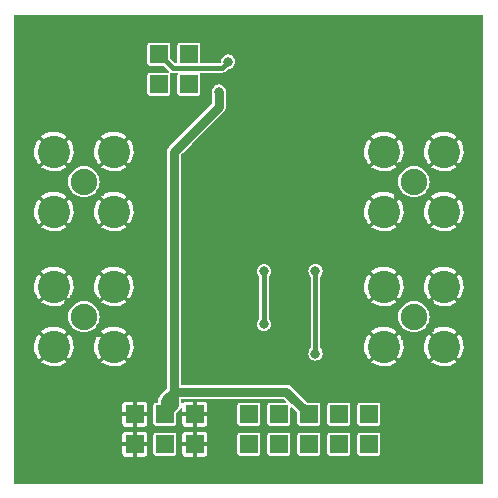
<source format=gbr>
%TF.GenerationSoftware,KiCad,Pcbnew,(5.99.0-6526-g442f40fa66)*%
%TF.CreationDate,2020-10-31T18:39:34+01:00*%
%TF.ProjectId,RFSWITCH01A,52465357-4954-4434-9830-31412e6b6963,rev?*%
%TF.SameCoordinates,Original*%
%TF.FileFunction,Copper,L1,Top*%
%TF.FilePolarity,Positive*%
%FSLAX46Y46*%
G04 Gerber Fmt 4.6, Leading zero omitted, Abs format (unit mm)*
G04 Created by KiCad (PCBNEW (5.99.0-6526-g442f40fa66)) date 2020-10-31 18:39:34*
%MOMM*%
%LPD*%
G01*
G04 APERTURE LIST*
%TA.AperFunction,ComponentPad*%
%ADD10R,1.524000X1.524000*%
%TD*%
%TA.AperFunction,ComponentPad*%
%ADD11C,2.240000*%
%TD*%
%TA.AperFunction,ComponentPad*%
%ADD12C,2.740000*%
%TD*%
%TA.AperFunction,ComponentPad*%
%ADD13C,6.000000*%
%TD*%
%TA.AperFunction,ViaPad*%
%ADD14C,0.800000*%
%TD*%
%TA.AperFunction,ViaPad*%
%ADD15C,0.400000*%
%TD*%
%TA.AperFunction,Conductor*%
%ADD16C,0.800000*%
%TD*%
%TA.AperFunction,Conductor*%
%ADD17C,0.250000*%
%TD*%
%TA.AperFunction,Conductor*%
%ADD18C,0.400000*%
%TD*%
G04 APERTURE END LIST*
D10*
%TO.P,J5,1*%
%TO.N,/SW1_CTRL*%
X20320000Y3810000D03*
%TO.P,J5,2*%
X20320000Y6350000D03*
%TD*%
%TO.P,J8,1*%
%TO.N,/SW2_#CTRL*%
X27940000Y3810000D03*
%TO.P,J8,2*%
X27940000Y6350000D03*
%TD*%
%TO.P,J7,1*%
%TO.N,/SW2_CTRL*%
X30480000Y3810000D03*
%TO.P,J7,2*%
X30480000Y6350000D03*
%TD*%
%TO.P,J11,1*%
%TO.N,Net-(J11-Pad1)*%
X15240000Y34290000D03*
%TO.P,J11,2*%
X15240000Y36830000D03*
%TD*%
D11*
%TO.P,J10,1*%
%TO.N,/RX{slash}TX_2*%
X34290000Y14605000D03*
D12*
%TO.P,J10,2*%
%TO.N,GND*%
X36830000Y17145000D03*
X31750000Y12065000D03*
X36830000Y12065000D03*
X31750000Y17145000D03*
%TD*%
D13*
%TO.P,M3,1*%
%TO.N,GND*%
X5080000Y35560000D03*
%TD*%
D10*
%TO.P,J12,1*%
%TO.N,+3V3*%
X25400000Y3810000D03*
%TO.P,J12,2*%
X25400000Y6350000D03*
%TD*%
%TO.P,J1,1*%
%TO.N,GND*%
X10668000Y3810000D03*
%TO.P,J1,2*%
X10668000Y6350000D03*
%TO.P,J1,3*%
%TO.N,+3V3*%
X13208000Y3810000D03*
%TO.P,J1,4*%
X13208000Y6350000D03*
%TO.P,J1,5*%
%TO.N,GND*%
X15748000Y3810000D03*
%TO.P,J1,6*%
X15748000Y6350000D03*
%TD*%
D13*
%TO.P,M4,1*%
%TO.N,GND*%
X35560000Y5080000D03*
%TD*%
D10*
%TO.P,J6,1*%
%TO.N,/SW1_#CTRL*%
X22860000Y3810000D03*
%TO.P,J6,2*%
X22860000Y6350000D03*
%TD*%
D11*
%TO.P,J3,1*%
%TO.N,/RX*%
X6350000Y26035000D03*
D12*
%TO.P,J3,2*%
%TO.N,GND*%
X3810000Y23495000D03*
X8890000Y23495000D03*
X3810000Y28575000D03*
X8890000Y28575000D03*
%TD*%
D10*
%TO.P,J2,1*%
%TO.N,/LNA_ON*%
X12700000Y34290000D03*
%TO.P,J2,2*%
X12700000Y36830000D03*
%TD*%
D13*
%TO.P,M1,1*%
%TO.N,GND*%
X35560000Y35560000D03*
%TD*%
D11*
%TO.P,J9,1*%
%TO.N,/RX{slash}TX_1*%
X34290000Y26035000D03*
D12*
%TO.P,J9,2*%
%TO.N,GND*%
X36830000Y28575000D03*
X36830000Y23495000D03*
X31750000Y23495000D03*
X31750000Y28575000D03*
%TD*%
D11*
%TO.P,J4,1*%
%TO.N,/TX*%
X6350000Y14605000D03*
D12*
%TO.P,J4,2*%
%TO.N,GND*%
X3810000Y17145000D03*
X3810000Y12065000D03*
X8890000Y17145000D03*
X8890000Y12065000D03*
%TD*%
D13*
%TO.P,M2,1*%
%TO.N,GND*%
X5080000Y5080000D03*
%TD*%
D14*
%TO.N,+3V3*%
X17780000Y33655000D03*
D15*
%TO.N,GND*%
X11049000Y27432000D03*
X24384000Y21844000D03*
X22225000Y24257000D03*
X6985000Y12827000D03*
X33401000Y16129000D03*
X10541000Y15494000D03*
X20193000Y25400000D03*
X14859000Y24003000D03*
X35306000Y21209000D03*
X26289000Y21844000D03*
X24003000Y28321000D03*
X35052000Y16256000D03*
X27432000Y28067000D03*
X33020000Y19431000D03*
X28194000Y22479000D03*
X28194000Y26289000D03*
X16637000Y14732000D03*
X36068000Y14224000D03*
X19431000Y12192000D03*
X23495000Y18923000D03*
X33401000Y24511000D03*
X18796000Y22098000D03*
X12446000Y13589000D03*
X33020000Y15494000D03*
X32385000Y26162000D03*
X29337000Y13843000D03*
X6477000Y27813000D03*
X29464000Y17018000D03*
X28448000Y18669000D03*
X12446000Y15494000D03*
X7874000Y25019000D03*
X6223000Y12700000D03*
X9906000Y13716000D03*
X17018000Y27940000D03*
X5461000Y13081000D03*
X24130000Y17399000D03*
X18542000Y20701000D03*
X16764000Y29210000D03*
X20193000Y28575000D03*
X19558000Y22098000D03*
X12065000Y24003000D03*
X20828000Y11557000D03*
X28194000Y21844000D03*
X27940000Y18288000D03*
X17653000Y25400000D03*
X15748000Y24003000D03*
X25019000Y21844000D03*
X18415000Y14986000D03*
X16129000Y17145000D03*
X27305000Y37465000D03*
X17018000Y24638000D03*
X35814000Y26924000D03*
X16256000Y14351000D03*
X22225000Y19304000D03*
X26728090Y18271626D03*
X23241000Y14478000D03*
X11176000Y29210000D03*
X27305000Y18288000D03*
X28194000Y23114000D03*
X28956000Y19050000D03*
X33909000Y19558000D03*
X24892000Y28321000D03*
X34925000Y27813000D03*
X33020000Y13716000D03*
X27432000Y27559000D03*
X14986000Y13716000D03*
X24130000Y27559000D03*
X13081000Y15494000D03*
X25654000Y21844000D03*
X11303000Y24003000D03*
X9906000Y15494000D03*
X28067000Y14859000D03*
X4826000Y15748000D03*
X19558000Y28067000D03*
X20066000Y12192000D03*
X20193000Y14732000D03*
X36068000Y26162000D03*
X22606000Y36195000D03*
X32385000Y19177000D03*
X29972000Y13589000D03*
X32639000Y26924000D03*
X17145000Y17272000D03*
X17145000Y18542000D03*
X4826000Y13843000D03*
X5715000Y27813000D03*
X17145000Y14986000D03*
X17780000Y27940000D03*
X22606000Y36830000D03*
X35306000Y21971000D03*
X8001000Y15494000D03*
X18542000Y21336000D03*
X23876000Y18034000D03*
X32385000Y25400000D03*
X24130000Y15621000D03*
X28956000Y14224000D03*
X7493000Y16129000D03*
X36195000Y14986000D03*
X30480000Y20574000D03*
X17780000Y14986000D03*
X19659600Y18999200D03*
X19659600Y18084800D03*
X23241000Y20828000D03*
X7620000Y13081000D03*
X29464000Y19558000D03*
X24130000Y19050000D03*
X11811000Y15494000D03*
X26924000Y21844000D03*
X10287000Y25019000D03*
X11811000Y29210000D03*
X6858000Y16510000D03*
X28194000Y24384000D03*
X24003000Y14478000D03*
X27432000Y28829000D03*
X24765000Y27559000D03*
X26797000Y14859000D03*
X4572000Y26162000D03*
X30099000Y15875000D03*
X26797000Y27559000D03*
X33909000Y27940000D03*
X11176000Y13589000D03*
X18542000Y18084800D03*
X19558000Y25400000D03*
X23876000Y21336000D03*
X24765000Y19685000D03*
X18034000Y12192000D03*
X31877000Y21336000D03*
X12954000Y24003000D03*
X26035000Y27559000D03*
X23495000Y27559000D03*
X27432000Y14859000D03*
X10541000Y13589000D03*
X35814000Y25273000D03*
X20574000Y19685000D03*
X4826000Y26924000D03*
X20701000Y12192000D03*
X26543000Y19177000D03*
X28194000Y27559000D03*
X5334000Y16256000D03*
X32766000Y24765000D03*
X32512000Y21336000D03*
X28575000Y14605000D03*
X11176000Y15494000D03*
X19050000Y14986000D03*
X6350000Y24257000D03*
X35179000Y12954000D03*
X20193000Y22098000D03*
X22225000Y24892000D03*
X17907000Y20193000D03*
X30607000Y13716000D03*
X17145000Y19812000D03*
X34925000Y20574000D03*
X22860000Y19177000D03*
X15494000Y16129000D03*
X23241000Y20066000D03*
X18669000Y27813000D03*
X34163000Y16383000D03*
X13081000Y13589000D03*
X21282552Y19178977D03*
X17145000Y19177000D03*
X35814000Y15748000D03*
X20828000Y14732000D03*
X22098000Y22479000D03*
X26797000Y28067000D03*
X16637000Y24003000D03*
X4572000Y15113000D03*
X7239000Y27559000D03*
X28194000Y26924000D03*
X26670000Y14224000D03*
X10414000Y27432000D03*
X4572000Y14478000D03*
X33274000Y22098000D03*
X6096000Y16510000D03*
X27305000Y38100000D03*
X34417000Y20066000D03*
X7239000Y24511000D03*
X35814000Y13462000D03*
X30988000Y21082000D03*
X21463000Y22098000D03*
X30480000Y15494000D03*
X18796000Y12192000D03*
X28194000Y25654000D03*
X20726400Y18186400D03*
X18288000Y25400000D03*
X18923000Y25400000D03*
X27305000Y36703000D03*
X23495000Y17399000D03*
X23241000Y28321000D03*
X16002000Y29210000D03*
X10922000Y24638000D03*
X15748000Y13843000D03*
X22098000Y23368000D03*
X17145000Y17907000D03*
X27432000Y29591000D03*
X19685000Y14986000D03*
X23114000Y18288000D03*
X5461000Y24511000D03*
X14986000Y15621000D03*
X15875000Y16637000D03*
X33401000Y12827000D03*
X12573000Y29210000D03*
X24638000Y14478000D03*
X27559000Y21844000D03*
X28194000Y23749000D03*
X13335000Y29210000D03*
X29718000Y16383000D03*
X29210000Y16510000D03*
X11811000Y13589000D03*
X20828000Y22098000D03*
X28194000Y25019000D03*
X33147000Y27559000D03*
X25400000Y19939000D03*
X4572000Y25527000D03*
X26035000Y28067000D03*
X23495000Y15621000D03*
X22606000Y35560000D03*
X26162000Y19685000D03*
X29972000Y20066000D03*
X34290000Y12700000D03*
X17018000Y25400000D03*
D14*
%TO.N,/LNA_ON*%
X18580000Y36195000D03*
%TO.N,/SW1_CTRL*%
X21590000Y18440400D03*
X21590000Y13970000D03*
%TO.N,/SW2_#CTRL*%
X25958800Y11480800D03*
X25958800Y18491200D03*
%TD*%
D16*
%TO.N,+3V3*%
X13208000Y7493000D02*
X13427010Y7712010D01*
X13427010Y7712010D02*
X13970000Y8255000D01*
X13970000Y8255000D02*
X23495000Y8255000D01*
X23495000Y8255000D02*
X25400000Y6350000D01*
X13970000Y7112000D02*
X13970000Y28575000D01*
X13208000Y6350000D02*
X13208000Y7493000D01*
X17780000Y33655000D02*
X17780000Y32385000D01*
X13208000Y6350000D02*
X13970000Y7112000D01*
X17780000Y32385000D02*
X13970000Y28575000D01*
D17*
%TO.N,GND*%
X15240000Y12192000D02*
X17272000Y12192000D01*
D18*
%TO.N,/LNA_ON*%
X18052990Y35667990D02*
X13862010Y35667990D01*
X18580000Y36195000D02*
X18052990Y35667990D01*
X13862010Y35667990D02*
X12700000Y36830000D01*
%TO.N,/SW1_CTRL*%
X21590000Y13970000D02*
X21590000Y18440400D01*
%TO.N,/SW2_#CTRL*%
X25958800Y18491200D02*
X25958800Y17925515D01*
X25958800Y17925515D02*
X25958800Y11480800D01*
%TD*%
%TA.AperFunction,Conductor*%
%TO.N,GND*%
G36*
X40145191Y40167093D02*
G01*
X40186000Y40087000D01*
X40186001Y553000D01*
X40167094Y494809D01*
X40117594Y458845D01*
X40087001Y454000D01*
X553000Y454000D01*
X494809Y472907D01*
X454000Y553000D01*
X454000Y3651758D01*
X9601000Y3651758D01*
X9601000Y3053723D01*
X9602311Y3042427D01*
X9630610Y2922107D01*
X9639200Y2903806D01*
X9694995Y2829922D01*
X9708321Y2817774D01*
X9788021Y2768426D01*
X9804842Y2761910D01*
X9901493Y2743842D01*
X9910583Y2743000D01*
X10502320Y2743000D01*
X10506598Y2744390D01*
X10513879Y2758680D01*
X10817999Y2758680D01*
X10822121Y2745995D01*
X10826242Y2743000D01*
X11424277Y2743000D01*
X11435573Y2744311D01*
X11555893Y2772610D01*
X11574194Y2781200D01*
X11648078Y2836995D01*
X11660226Y2850321D01*
X11709574Y2930021D01*
X11716090Y2946842D01*
X11734158Y3043493D01*
X11735000Y3052583D01*
X11735000Y3644320D01*
X11733610Y3648598D01*
X11711232Y3660000D01*
X10833680Y3660000D01*
X10829402Y3658610D01*
X10818000Y3636232D01*
X10817999Y2758680D01*
X10513879Y2758680D01*
X10518000Y2766768D01*
X10518000Y3644320D01*
X10516610Y3648598D01*
X10494232Y3660000D01*
X9616680Y3660001D01*
X9603995Y3655879D01*
X9601000Y3651758D01*
X454000Y3651758D01*
X454000Y4567417D01*
X9601000Y4567417D01*
X9601000Y3975680D01*
X9602390Y3971402D01*
X9624768Y3960000D01*
X10502320Y3960000D01*
X10506598Y3961390D01*
X10518000Y3983768D01*
X10518000Y4853232D01*
X10818000Y4853232D01*
X10818000Y3975680D01*
X10819390Y3971402D01*
X10841768Y3960000D01*
X11719320Y3959999D01*
X11732005Y3964121D01*
X11735000Y3968242D01*
X11735000Y4566277D01*
X11734336Y4572000D01*
X12241000Y4572000D01*
X12241000Y3048000D01*
X12256605Y2969550D01*
X12301043Y2903043D01*
X12367550Y2858605D01*
X12446000Y2843000D01*
X13970000Y2843000D01*
X14048450Y2858605D01*
X14114957Y2903043D01*
X14159395Y2969550D01*
X14175000Y3048000D01*
X14175000Y3651758D01*
X14681000Y3651758D01*
X14681000Y3053723D01*
X14682311Y3042427D01*
X14710610Y2922107D01*
X14719200Y2903806D01*
X14774995Y2829922D01*
X14788321Y2817774D01*
X14868021Y2768426D01*
X14884842Y2761910D01*
X14981493Y2743842D01*
X14990583Y2743000D01*
X15582320Y2743000D01*
X15586598Y2744390D01*
X15593879Y2758680D01*
X15897999Y2758680D01*
X15902121Y2745995D01*
X15906242Y2743000D01*
X16504277Y2743000D01*
X16515573Y2744311D01*
X16635893Y2772610D01*
X16654194Y2781200D01*
X16728078Y2836995D01*
X16740226Y2850321D01*
X16789574Y2930021D01*
X16796090Y2946842D01*
X16814158Y3043493D01*
X16815000Y3052583D01*
X16815000Y3644320D01*
X16813610Y3648598D01*
X16791232Y3660000D01*
X15913680Y3660000D01*
X15909402Y3658610D01*
X15898000Y3636232D01*
X15897999Y2758680D01*
X15593879Y2758680D01*
X15598000Y2766768D01*
X15598000Y3644320D01*
X15596610Y3648598D01*
X15574232Y3660000D01*
X14696680Y3660001D01*
X14683995Y3655879D01*
X14681000Y3651758D01*
X14175000Y3651758D01*
X14175000Y4567417D01*
X14681000Y4567417D01*
X14681000Y3975680D01*
X14682390Y3971402D01*
X14704768Y3960000D01*
X15582320Y3960000D01*
X15586598Y3961390D01*
X15598000Y3983768D01*
X15598000Y4853232D01*
X15898000Y4853232D01*
X15898000Y3975680D01*
X15899390Y3971402D01*
X15921768Y3960000D01*
X16799320Y3959999D01*
X16812005Y3964121D01*
X16815000Y3968242D01*
X16815000Y4566277D01*
X16814336Y4572000D01*
X19353000Y4572000D01*
X19353000Y3048000D01*
X19368605Y2969550D01*
X19413043Y2903043D01*
X19479550Y2858605D01*
X19558000Y2843000D01*
X21082000Y2843000D01*
X21160450Y2858605D01*
X21226957Y2903043D01*
X21271395Y2969550D01*
X21287000Y3048000D01*
X21287000Y4572000D01*
X21893000Y4572000D01*
X21893000Y3048000D01*
X21908605Y2969550D01*
X21953043Y2903043D01*
X22019550Y2858605D01*
X22098000Y2843000D01*
X23622000Y2843000D01*
X23700450Y2858605D01*
X23766957Y2903043D01*
X23811395Y2969550D01*
X23827000Y3048000D01*
X23827000Y4572000D01*
X24433000Y4572000D01*
X24433000Y3048000D01*
X24448605Y2969550D01*
X24493043Y2903043D01*
X24559550Y2858605D01*
X24638000Y2843000D01*
X26162000Y2843000D01*
X26240450Y2858605D01*
X26306957Y2903043D01*
X26351395Y2969550D01*
X26367000Y3048000D01*
X26367000Y4572000D01*
X26973000Y4572000D01*
X26973000Y3048000D01*
X26988605Y2969550D01*
X27033043Y2903043D01*
X27099550Y2858605D01*
X27178000Y2843000D01*
X28702000Y2843000D01*
X28780450Y2858605D01*
X28846957Y2903043D01*
X28891395Y2969550D01*
X28907000Y3048000D01*
X28907000Y4572000D01*
X29513000Y4572000D01*
X29513000Y3048000D01*
X29528605Y2969550D01*
X29573043Y2903043D01*
X29639550Y2858605D01*
X29718000Y2843000D01*
X31242000Y2843000D01*
X31320450Y2858605D01*
X31386957Y2903043D01*
X31431395Y2969550D01*
X31447000Y3048000D01*
X31447000Y4572000D01*
X31431395Y4650450D01*
X31386957Y4716957D01*
X31320450Y4761395D01*
X31242000Y4777000D01*
X29718000Y4777000D01*
X29639550Y4761395D01*
X29573043Y4716957D01*
X29528605Y4650450D01*
X29513000Y4572000D01*
X28907000Y4572000D01*
X28891395Y4650450D01*
X28846957Y4716957D01*
X28780450Y4761395D01*
X28702000Y4777000D01*
X27178000Y4777000D01*
X27099550Y4761395D01*
X27033043Y4716957D01*
X26988605Y4650450D01*
X26973000Y4572000D01*
X26367000Y4572000D01*
X26351395Y4650450D01*
X26306957Y4716957D01*
X26240450Y4761395D01*
X26162000Y4777000D01*
X24638000Y4777000D01*
X24559550Y4761395D01*
X24493043Y4716957D01*
X24448605Y4650450D01*
X24433000Y4572000D01*
X23827000Y4572000D01*
X23811395Y4650450D01*
X23766957Y4716957D01*
X23700450Y4761395D01*
X23622000Y4777000D01*
X22098000Y4777000D01*
X22019550Y4761395D01*
X21953043Y4716957D01*
X21908605Y4650450D01*
X21893000Y4572000D01*
X21287000Y4572000D01*
X21271395Y4650450D01*
X21226957Y4716957D01*
X21160450Y4761395D01*
X21082000Y4777000D01*
X19558000Y4777000D01*
X19479550Y4761395D01*
X19413043Y4716957D01*
X19368605Y4650450D01*
X19353000Y4572000D01*
X16814336Y4572000D01*
X16813689Y4577573D01*
X16785390Y4697893D01*
X16776800Y4716194D01*
X16721005Y4790078D01*
X16707679Y4802226D01*
X16627979Y4851574D01*
X16611158Y4858090D01*
X16514507Y4876158D01*
X16505417Y4877000D01*
X15913680Y4877000D01*
X15909402Y4875610D01*
X15898000Y4853232D01*
X15598000Y4853232D01*
X15598001Y4861320D01*
X15593879Y4874005D01*
X15589758Y4877000D01*
X14991723Y4877000D01*
X14980427Y4875689D01*
X14860107Y4847390D01*
X14841806Y4838800D01*
X14767922Y4783005D01*
X14755774Y4769679D01*
X14706426Y4689979D01*
X14699910Y4673158D01*
X14681842Y4576507D01*
X14681000Y4567417D01*
X14175000Y4567417D01*
X14175000Y4572000D01*
X14159395Y4650450D01*
X14114957Y4716957D01*
X14048450Y4761395D01*
X13970000Y4777000D01*
X12446000Y4777000D01*
X12367550Y4761395D01*
X12301043Y4716957D01*
X12256605Y4650450D01*
X12241000Y4572000D01*
X11734336Y4572000D01*
X11733689Y4577573D01*
X11705390Y4697893D01*
X11696800Y4716194D01*
X11641005Y4790078D01*
X11627679Y4802226D01*
X11547979Y4851574D01*
X11531158Y4858090D01*
X11434507Y4876158D01*
X11425417Y4877000D01*
X10833680Y4877000D01*
X10829402Y4875610D01*
X10818000Y4853232D01*
X10518000Y4853232D01*
X10518001Y4861320D01*
X10513879Y4874005D01*
X10509758Y4877000D01*
X9911723Y4877000D01*
X9900427Y4875689D01*
X9780107Y4847390D01*
X9761806Y4838800D01*
X9687922Y4783005D01*
X9675774Y4769679D01*
X9626426Y4689979D01*
X9619910Y4673158D01*
X9601842Y4576507D01*
X9601000Y4567417D01*
X454000Y4567417D01*
X454000Y6191758D01*
X9601000Y6191758D01*
X9601000Y5593723D01*
X9602311Y5582427D01*
X9630610Y5462107D01*
X9639200Y5443806D01*
X9694995Y5369922D01*
X9708321Y5357774D01*
X9788021Y5308426D01*
X9804842Y5301910D01*
X9901493Y5283842D01*
X9910583Y5283000D01*
X10502320Y5283000D01*
X10506598Y5284390D01*
X10513879Y5298680D01*
X10817999Y5298680D01*
X10822121Y5285995D01*
X10826242Y5283000D01*
X11424277Y5283000D01*
X11435573Y5284311D01*
X11555893Y5312610D01*
X11574194Y5321200D01*
X11648078Y5376995D01*
X11660226Y5390321D01*
X11709574Y5470021D01*
X11716090Y5486842D01*
X11734158Y5583493D01*
X11735000Y5592583D01*
X11735000Y6184320D01*
X11733610Y6188598D01*
X11711232Y6200000D01*
X10833680Y6200000D01*
X10829402Y6198610D01*
X10818000Y6176232D01*
X10817999Y5298680D01*
X10513879Y5298680D01*
X10518000Y5306768D01*
X10518000Y6184320D01*
X10516610Y6188598D01*
X10494232Y6200000D01*
X9616680Y6200001D01*
X9603995Y6195879D01*
X9601000Y6191758D01*
X454000Y6191758D01*
X454000Y7107417D01*
X9601000Y7107417D01*
X9601000Y6515680D01*
X9602390Y6511402D01*
X9624768Y6500000D01*
X10502320Y6500000D01*
X10506598Y6501390D01*
X10518000Y6523768D01*
X10518000Y7393232D01*
X10818000Y7393232D01*
X10818000Y6515680D01*
X10819390Y6511402D01*
X10841768Y6500000D01*
X11719320Y6499999D01*
X11732005Y6504121D01*
X11735000Y6508242D01*
X11735000Y7106277D01*
X11734336Y7112000D01*
X12241000Y7112000D01*
X12241000Y5588000D01*
X12256605Y5509550D01*
X12301043Y5443043D01*
X12367550Y5398605D01*
X12446000Y5383000D01*
X13970000Y5383000D01*
X14048450Y5398605D01*
X14114957Y5443043D01*
X14159395Y5509550D01*
X14175000Y5588000D01*
X14175000Y6191758D01*
X14681000Y6191758D01*
X14681000Y5593723D01*
X14682311Y5582427D01*
X14710610Y5462107D01*
X14719200Y5443806D01*
X14774995Y5369922D01*
X14788321Y5357774D01*
X14868021Y5308426D01*
X14884842Y5301910D01*
X14981493Y5283842D01*
X14990583Y5283000D01*
X15582320Y5283000D01*
X15586598Y5284390D01*
X15593879Y5298680D01*
X15897999Y5298680D01*
X15902121Y5285995D01*
X15906242Y5283000D01*
X16504277Y5283000D01*
X16515573Y5284311D01*
X16635893Y5312610D01*
X16654194Y5321200D01*
X16728078Y5376995D01*
X16740226Y5390321D01*
X16789574Y5470021D01*
X16796090Y5486842D01*
X16814158Y5583493D01*
X16815000Y5592583D01*
X16815000Y6184320D01*
X16813610Y6188598D01*
X16791232Y6200000D01*
X15913680Y6200000D01*
X15909402Y6198610D01*
X15898000Y6176232D01*
X15897999Y5298680D01*
X15593879Y5298680D01*
X15598000Y5306768D01*
X15598000Y6184320D01*
X15596610Y6188598D01*
X15574232Y6200000D01*
X14696680Y6200001D01*
X14683995Y6195879D01*
X14681000Y6191758D01*
X14175000Y6191758D01*
X14175000Y6426758D01*
X14203997Y6496762D01*
X14363180Y6655944D01*
X14372916Y6664482D01*
X14393000Y6679893D01*
X14398153Y6683847D01*
X14421469Y6714233D01*
X14421473Y6714237D01*
X14494378Y6809250D01*
X14496533Y6814452D01*
X14541733Y6855151D01*
X14602583Y6861547D01*
X14655571Y6830954D01*
X14681000Y6764710D01*
X14681000Y6515680D01*
X14682390Y6511402D01*
X14704768Y6500000D01*
X15582320Y6500000D01*
X15586598Y6501390D01*
X15598000Y6523768D01*
X15598000Y7393232D01*
X15898000Y7393232D01*
X15898000Y6515680D01*
X15899390Y6511402D01*
X15921768Y6500000D01*
X16799320Y6499999D01*
X16812005Y6504121D01*
X16815000Y6508242D01*
X16815000Y7106277D01*
X16814336Y7112000D01*
X19353000Y7112000D01*
X19353000Y5588000D01*
X19368605Y5509550D01*
X19413043Y5443043D01*
X19479550Y5398605D01*
X19558000Y5383000D01*
X21082000Y5383000D01*
X21160450Y5398605D01*
X21226957Y5443043D01*
X21271395Y5509550D01*
X21287000Y5588000D01*
X21287000Y7112000D01*
X21271395Y7190450D01*
X21226957Y7256957D01*
X21160450Y7301395D01*
X21082000Y7317000D01*
X19558000Y7317000D01*
X19479550Y7301395D01*
X19413043Y7256957D01*
X19368605Y7190450D01*
X19353000Y7112000D01*
X16814336Y7112000D01*
X16813689Y7117573D01*
X16785390Y7237893D01*
X16776800Y7256194D01*
X16721005Y7330078D01*
X16707679Y7342226D01*
X16627979Y7391574D01*
X16611158Y7398090D01*
X16514507Y7416158D01*
X16505417Y7417000D01*
X15913680Y7417000D01*
X15909402Y7415610D01*
X15898000Y7393232D01*
X15598000Y7393232D01*
X15598001Y7401320D01*
X15593879Y7414005D01*
X15589758Y7417000D01*
X14991723Y7417000D01*
X14980427Y7415689D01*
X14860107Y7387390D01*
X14841806Y7378800D01*
X14767922Y7323005D01*
X14755772Y7309677D01*
X14753671Y7306284D01*
X14706961Y7266763D01*
X14645943Y7262245D01*
X14593923Y7294456D01*
X14570500Y7358402D01*
X14570500Y7555500D01*
X14589407Y7613691D01*
X14669500Y7654500D01*
X23205258Y7654500D01*
X23275262Y7625504D01*
X23414762Y7486004D01*
X23442539Y7431487D01*
X23432968Y7371055D01*
X23389703Y7327790D01*
X23344758Y7317000D01*
X22098000Y7317000D01*
X22019550Y7301395D01*
X21953043Y7256957D01*
X21908605Y7190450D01*
X21893000Y7112000D01*
X21893000Y5588000D01*
X21908605Y5509550D01*
X21953043Y5443043D01*
X22019550Y5398605D01*
X22098000Y5383000D01*
X23622000Y5383000D01*
X23700450Y5398605D01*
X23766957Y5443043D01*
X23811395Y5509550D01*
X23827000Y5588000D01*
X23827000Y6834758D01*
X23845907Y6892949D01*
X23895407Y6928913D01*
X23956593Y6928913D01*
X23996004Y6904761D01*
X24404004Y6496760D01*
X24433000Y6426758D01*
X24433000Y5588000D01*
X24448605Y5509550D01*
X24493043Y5443043D01*
X24559550Y5398605D01*
X24638000Y5383000D01*
X26162000Y5383000D01*
X26240450Y5398605D01*
X26306957Y5443043D01*
X26351395Y5509550D01*
X26367000Y5588000D01*
X26367000Y7112000D01*
X26973000Y7112000D01*
X26973000Y5588000D01*
X26988605Y5509550D01*
X27033043Y5443043D01*
X27099550Y5398605D01*
X27178000Y5383000D01*
X28702000Y5383000D01*
X28780450Y5398605D01*
X28846957Y5443043D01*
X28891395Y5509550D01*
X28907000Y5588000D01*
X28907000Y7112000D01*
X29513000Y7112000D01*
X29513000Y5588000D01*
X29528605Y5509550D01*
X29573043Y5443043D01*
X29639550Y5398605D01*
X29718000Y5383000D01*
X31242000Y5383000D01*
X31320450Y5398605D01*
X31386957Y5443043D01*
X31431395Y5509550D01*
X31447000Y5588000D01*
X31447000Y7112000D01*
X31431395Y7190450D01*
X31386957Y7256957D01*
X31320450Y7301395D01*
X31242000Y7317000D01*
X29718000Y7317000D01*
X29639550Y7301395D01*
X29573043Y7256957D01*
X29528605Y7190450D01*
X29513000Y7112000D01*
X28907000Y7112000D01*
X28891395Y7190450D01*
X28846957Y7256957D01*
X28780450Y7301395D01*
X28702000Y7317000D01*
X27178000Y7317000D01*
X27099550Y7301395D01*
X27033043Y7256957D01*
X26988605Y7190450D01*
X26973000Y7112000D01*
X26367000Y7112000D01*
X26351395Y7190450D01*
X26306957Y7256957D01*
X26240450Y7301395D01*
X26162000Y7317000D01*
X25323243Y7317000D01*
X25253239Y7345996D01*
X23951059Y8648175D01*
X23942521Y8657912D01*
X23927107Y8678000D01*
X23923153Y8683153D01*
X23797750Y8779378D01*
X23651715Y8839868D01*
X23560933Y8851820D01*
X23532995Y8855498D01*
X23532992Y8855498D01*
X23532979Y8855500D01*
X23532974Y8855500D01*
X23532963Y8855501D01*
X23501434Y8859652D01*
X23495000Y8860499D01*
X23463463Y8856347D01*
X23450541Y8855500D01*
X14669500Y8855500D01*
X14611309Y8874407D01*
X14570500Y8954500D01*
X14570500Y10781889D01*
X30684850Y10781889D01*
X30685272Y10779222D01*
X30687699Y10776201D01*
X30783963Y10696988D01*
X30790100Y10692675D01*
X31002007Y10566604D01*
X31008716Y10563273D01*
X31237265Y10470702D01*
X31244398Y10468425D01*
X31484321Y10411488D01*
X31491714Y10410318D01*
X31737477Y10390328D01*
X31744984Y10390289D01*
X31990939Y10407703D01*
X31998357Y10408799D01*
X32238854Y10463218D01*
X32246015Y10465421D01*
X32475518Y10555593D01*
X32482257Y10558851D01*
X32695475Y10682698D01*
X32701664Y10686952D01*
X32808121Y10772699D01*
X32814123Y10781889D01*
X35764850Y10781889D01*
X35765272Y10779222D01*
X35767699Y10776201D01*
X35863963Y10696988D01*
X35870100Y10692675D01*
X36082007Y10566604D01*
X36088716Y10563273D01*
X36317265Y10470702D01*
X36324398Y10468425D01*
X36564321Y10411488D01*
X36571714Y10410318D01*
X36817477Y10390328D01*
X36824984Y10390289D01*
X37070939Y10407703D01*
X37078357Y10408799D01*
X37318854Y10463218D01*
X37326015Y10465421D01*
X37555518Y10555593D01*
X37562257Y10558851D01*
X37775475Y10682698D01*
X37781664Y10686952D01*
X37888121Y10772699D01*
X37895415Y10783866D01*
X37895294Y10786287D01*
X37892930Y10789938D01*
X36841086Y11841782D01*
X36837080Y11843823D01*
X36813194Y11836062D01*
X35770904Y10793772D01*
X35764850Y10781889D01*
X32814123Y10781889D01*
X32815415Y10783866D01*
X32815294Y10786287D01*
X32812930Y10789938D01*
X31761086Y11841782D01*
X31757080Y11843823D01*
X31733194Y11836062D01*
X30690904Y10793772D01*
X30684850Y10781889D01*
X14570500Y10781889D01*
X14570500Y18440400D01*
X20984500Y18440400D01*
X21005132Y18283685D01*
X21065622Y18137650D01*
X21161218Y18013067D01*
X21161847Y18012247D01*
X21161627Y18012078D01*
X21189501Y17944784D01*
X21189500Y14465615D01*
X21161627Y14398322D01*
X21161847Y14398153D01*
X21065622Y14272750D01*
X21005132Y14126715D01*
X20984500Y13970000D01*
X21005132Y13813285D01*
X21065622Y13667250D01*
X21161847Y13541847D01*
X21287250Y13445622D01*
X21433285Y13385132D01*
X21590000Y13364500D01*
X21746715Y13385132D01*
X21892750Y13445622D01*
X22018153Y13541847D01*
X22114378Y13667250D01*
X22174868Y13813285D01*
X22195500Y13970000D01*
X22174868Y14126715D01*
X22114378Y14272750D01*
X22018153Y14398153D01*
X22018373Y14398322D01*
X21990500Y14465615D01*
X21990500Y17944785D01*
X22018373Y18012078D01*
X22018153Y18012247D01*
X22114378Y18137650D01*
X22174868Y18283685D01*
X22195500Y18440400D01*
X22188813Y18491200D01*
X25353300Y18491200D01*
X25373932Y18334485D01*
X25434422Y18188450D01*
X25530018Y18063867D01*
X25530647Y18063047D01*
X25530427Y18062878D01*
X25558301Y17995585D01*
X25558301Y17957088D01*
X25558300Y17957082D01*
X25558300Y17957070D01*
X25558301Y11976416D01*
X25530427Y11909122D01*
X25530647Y11908953D01*
X25434422Y11783550D01*
X25373932Y11637515D01*
X25353300Y11480800D01*
X25373932Y11324085D01*
X25434422Y11178050D01*
X25530647Y11052647D01*
X25656050Y10956422D01*
X25802085Y10895932D01*
X25958800Y10875300D01*
X26115515Y10895932D01*
X26261550Y10956422D01*
X26386953Y11052647D01*
X26483178Y11178050D01*
X26543668Y11324085D01*
X26564300Y11480800D01*
X26543668Y11637515D01*
X26483178Y11783550D01*
X26386953Y11908953D01*
X26387173Y11909122D01*
X26359300Y11976415D01*
X26359300Y11989857D01*
X30076967Y11989857D01*
X30077321Y11982360D01*
X30107584Y11737657D01*
X30109067Y11730305D01*
X30175996Y11492989D01*
X30178573Y11485949D01*
X30280628Y11261490D01*
X30284245Y11254910D01*
X30419080Y11048469D01*
X30423636Y11042530D01*
X30456531Y11005804D01*
X30468065Y10999104D01*
X30471851Y10999492D01*
X30473470Y11000602D01*
X31526782Y12053914D01*
X31528823Y12057920D01*
X31524223Y12072080D01*
X31971177Y12072080D01*
X31978938Y12048194D01*
X33022419Y11004713D01*
X33034302Y10998659D01*
X33038333Y10999297D01*
X33039514Y11000196D01*
X33065572Y11028684D01*
X33070209Y11034597D01*
X33207192Y11239607D01*
X33210875Y11246143D01*
X33315280Y11469530D01*
X33317927Y11476535D01*
X33387337Y11713134D01*
X33388898Y11720477D01*
X33421879Y11966016D01*
X33422297Y11971167D01*
X33422835Y11989857D01*
X35156967Y11989857D01*
X35157321Y11982360D01*
X35187584Y11737657D01*
X35189067Y11730305D01*
X35255996Y11492989D01*
X35258573Y11485949D01*
X35360628Y11261490D01*
X35364245Y11254910D01*
X35499080Y11048469D01*
X35503636Y11042530D01*
X35536531Y11005804D01*
X35548065Y10999104D01*
X35551851Y10999492D01*
X35553470Y11000602D01*
X36606782Y12053914D01*
X36608823Y12057920D01*
X36604223Y12072080D01*
X37051177Y12072080D01*
X37058938Y12048194D01*
X38102419Y11004713D01*
X38114302Y10998659D01*
X38118333Y10999297D01*
X38119514Y11000196D01*
X38145572Y11028684D01*
X38150209Y11034597D01*
X38287192Y11239607D01*
X38290875Y11246143D01*
X38395280Y11469530D01*
X38397927Y11476535D01*
X38467337Y11713134D01*
X38468898Y11720477D01*
X38501879Y11966016D01*
X38502297Y11971167D01*
X38504925Y12062402D01*
X38504803Y12067590D01*
X38486013Y12314608D01*
X38484876Y12322032D01*
X38429203Y12562225D01*
X38426958Y12569390D01*
X38335589Y12798406D01*
X38332291Y12805138D01*
X38207333Y13017699D01*
X38203048Y13023865D01*
X38122274Y13123080D01*
X38111066Y13130316D01*
X38108510Y13130176D01*
X38105063Y13127931D01*
X37053218Y12076086D01*
X37051177Y12072080D01*
X36604223Y12072080D01*
X36601062Y12081806D01*
X35556702Y13126166D01*
X35544819Y13132220D01*
X35543529Y13132016D01*
X35538770Y13127984D01*
X35413309Y12958123D01*
X35409319Y12951762D01*
X35294511Y12733550D01*
X35291533Y12726667D01*
X35211056Y12493604D01*
X35209150Y12486341D01*
X35164851Y12243779D01*
X35164068Y12236333D01*
X35156967Y11989857D01*
X33422835Y11989857D01*
X33424925Y12062402D01*
X33424803Y12067590D01*
X33406013Y12314608D01*
X33404876Y12322032D01*
X33349203Y12562225D01*
X33346958Y12569390D01*
X33255589Y12798406D01*
X33252291Y12805138D01*
X33127333Y13017699D01*
X33123048Y13023865D01*
X33042274Y13123080D01*
X33031066Y13130316D01*
X33028510Y13130176D01*
X33025063Y13127931D01*
X31973218Y12076086D01*
X31971177Y12072080D01*
X31524223Y12072080D01*
X31521062Y12081806D01*
X30476702Y13126166D01*
X30464819Y13132220D01*
X30463529Y13132016D01*
X30458770Y13127984D01*
X30333309Y12958123D01*
X30329319Y12951762D01*
X30214511Y12733550D01*
X30211533Y12726667D01*
X30131056Y12493604D01*
X30129150Y12486341D01*
X30084851Y12243779D01*
X30084068Y12236333D01*
X30076967Y11989857D01*
X26359300Y11989857D01*
X26359300Y13348211D01*
X30682209Y13348211D01*
X30682212Y13347041D01*
X30685595Y13341537D01*
X31738914Y12288218D01*
X31742920Y12286177D01*
X31766806Y12293938D01*
X32810022Y13337154D01*
X32816076Y13349037D01*
X32815460Y13352932D01*
X32814411Y13354302D01*
X32779406Y13385987D01*
X32773483Y13390582D01*
X32567750Y13526495D01*
X32561195Y13530143D01*
X32337282Y13633369D01*
X32330236Y13635989D01*
X32093276Y13704160D01*
X32085949Y13705678D01*
X31841382Y13737224D01*
X31833914Y13737616D01*
X31587390Y13731806D01*
X31579942Y13731063D01*
X31337148Y13688034D01*
X31329882Y13686168D01*
X31096394Y13606909D01*
X31089500Y13603969D01*
X30870690Y13490306D01*
X30864306Y13486347D01*
X30690022Y13359024D01*
X30682209Y13348211D01*
X26359300Y13348211D01*
X26359300Y14605000D01*
X32965000Y14605000D01*
X32985130Y14374916D01*
X33044907Y14151823D01*
X33142516Y13942500D01*
X33274991Y13753306D01*
X33438306Y13589991D01*
X33627500Y13457516D01*
X33836823Y13359907D01*
X34059916Y13300130D01*
X34290000Y13280000D01*
X34520084Y13300130D01*
X34699526Y13348211D01*
X35762209Y13348211D01*
X35762212Y13347041D01*
X35765595Y13341537D01*
X36818914Y12288218D01*
X36822920Y12286177D01*
X36846806Y12293938D01*
X37890022Y13337154D01*
X37896076Y13349037D01*
X37895460Y13352932D01*
X37894411Y13354302D01*
X37859406Y13385987D01*
X37853483Y13390582D01*
X37647750Y13526495D01*
X37641195Y13530143D01*
X37417282Y13633369D01*
X37410236Y13635989D01*
X37173276Y13704160D01*
X37165949Y13705678D01*
X36921382Y13737224D01*
X36913914Y13737616D01*
X36667390Y13731806D01*
X36659942Y13731063D01*
X36417148Y13688034D01*
X36409882Y13686168D01*
X36176394Y13606909D01*
X36169500Y13603969D01*
X35950690Y13490306D01*
X35944306Y13486347D01*
X35770022Y13359024D01*
X35762209Y13348211D01*
X34699526Y13348211D01*
X34743177Y13359907D01*
X34952500Y13457516D01*
X35141694Y13589991D01*
X35305009Y13753306D01*
X35437484Y13942500D01*
X35535093Y14151823D01*
X35594870Y14374916D01*
X35615000Y14605000D01*
X35594870Y14835084D01*
X35535093Y15058177D01*
X35437484Y15267500D01*
X35305009Y15456694D01*
X35141694Y15620009D01*
X34952500Y15752484D01*
X34743177Y15850093D01*
X34699154Y15861889D01*
X35764850Y15861889D01*
X35765272Y15859222D01*
X35767699Y15856201D01*
X35863963Y15776988D01*
X35870100Y15772675D01*
X36082007Y15646604D01*
X36088716Y15643273D01*
X36317265Y15550702D01*
X36324398Y15548425D01*
X36564321Y15491488D01*
X36571714Y15490318D01*
X36817477Y15470328D01*
X36824984Y15470289D01*
X37070939Y15487703D01*
X37078357Y15488799D01*
X37318854Y15543218D01*
X37326015Y15545421D01*
X37555518Y15635593D01*
X37562257Y15638851D01*
X37775475Y15762698D01*
X37781664Y15766952D01*
X37888121Y15852699D01*
X37895415Y15863866D01*
X37895294Y15866287D01*
X37892930Y15869938D01*
X36841086Y16921782D01*
X36837080Y16923823D01*
X36813194Y16916062D01*
X35770904Y15873772D01*
X35764850Y15861889D01*
X34699154Y15861889D01*
X34520084Y15909870D01*
X34290000Y15930000D01*
X34059916Y15909870D01*
X33836823Y15850093D01*
X33627500Y15752484D01*
X33438306Y15620009D01*
X33274991Y15456694D01*
X33142516Y15267500D01*
X33044907Y15058177D01*
X32985130Y14835084D01*
X32965000Y14605000D01*
X26359300Y14605000D01*
X26359300Y15861889D01*
X30684850Y15861889D01*
X30685272Y15859222D01*
X30687699Y15856201D01*
X30783963Y15776988D01*
X30790100Y15772675D01*
X31002007Y15646604D01*
X31008716Y15643273D01*
X31237265Y15550702D01*
X31244398Y15548425D01*
X31484321Y15491488D01*
X31491714Y15490318D01*
X31737477Y15470328D01*
X31744984Y15470289D01*
X31990939Y15487703D01*
X31998357Y15488799D01*
X32238854Y15543218D01*
X32246015Y15545421D01*
X32475518Y15635593D01*
X32482257Y15638851D01*
X32695475Y15762698D01*
X32701664Y15766952D01*
X32808121Y15852699D01*
X32815415Y15863866D01*
X32815294Y15866287D01*
X32812930Y15869938D01*
X31761086Y16921782D01*
X31757080Y16923823D01*
X31733194Y16916062D01*
X30690904Y15873772D01*
X30684850Y15861889D01*
X26359300Y15861889D01*
X26359300Y17069857D01*
X30076967Y17069857D01*
X30077321Y17062360D01*
X30107584Y16817657D01*
X30109067Y16810305D01*
X30175996Y16572989D01*
X30178573Y16565949D01*
X30280628Y16341490D01*
X30284245Y16334910D01*
X30419080Y16128469D01*
X30423636Y16122530D01*
X30456531Y16085804D01*
X30468065Y16079104D01*
X30471851Y16079492D01*
X30473470Y16080602D01*
X31526782Y17133914D01*
X31528823Y17137920D01*
X31524223Y17152080D01*
X31971177Y17152080D01*
X31978938Y17128194D01*
X33022419Y16084713D01*
X33034302Y16078659D01*
X33038333Y16079297D01*
X33039514Y16080196D01*
X33065572Y16108684D01*
X33070209Y16114597D01*
X33207192Y16319607D01*
X33210875Y16326143D01*
X33315280Y16549530D01*
X33317927Y16556535D01*
X33387337Y16793134D01*
X33388898Y16800477D01*
X33421879Y17046016D01*
X33422297Y17051167D01*
X33422835Y17069857D01*
X35156967Y17069857D01*
X35157321Y17062360D01*
X35187584Y16817657D01*
X35189067Y16810305D01*
X35255996Y16572989D01*
X35258573Y16565949D01*
X35360628Y16341490D01*
X35364245Y16334910D01*
X35499080Y16128469D01*
X35503636Y16122530D01*
X35536531Y16085804D01*
X35548065Y16079104D01*
X35551851Y16079492D01*
X35553470Y16080602D01*
X36606782Y17133914D01*
X36608823Y17137920D01*
X36604223Y17152080D01*
X37051177Y17152080D01*
X37058938Y17128194D01*
X38102419Y16084713D01*
X38114302Y16078659D01*
X38118333Y16079297D01*
X38119514Y16080196D01*
X38145572Y16108684D01*
X38150209Y16114597D01*
X38287192Y16319607D01*
X38290875Y16326143D01*
X38395280Y16549530D01*
X38397927Y16556535D01*
X38467337Y16793134D01*
X38468898Y16800477D01*
X38501879Y17046016D01*
X38502297Y17051167D01*
X38504925Y17142402D01*
X38504803Y17147590D01*
X38486013Y17394608D01*
X38484876Y17402032D01*
X38429203Y17642225D01*
X38426958Y17649390D01*
X38335589Y17878406D01*
X38332291Y17885138D01*
X38207333Y18097699D01*
X38203048Y18103865D01*
X38122274Y18203080D01*
X38111066Y18210316D01*
X38108510Y18210176D01*
X38105063Y18207931D01*
X37053218Y17156086D01*
X37051177Y17152080D01*
X36604223Y17152080D01*
X36601062Y17161806D01*
X35556702Y18206166D01*
X35544819Y18212220D01*
X35543529Y18212016D01*
X35538770Y18207984D01*
X35413309Y18038123D01*
X35409319Y18031762D01*
X35294511Y17813550D01*
X35291533Y17806667D01*
X35211056Y17573604D01*
X35209150Y17566341D01*
X35164851Y17323779D01*
X35164068Y17316333D01*
X35156967Y17069857D01*
X33422835Y17069857D01*
X33424925Y17142402D01*
X33424803Y17147590D01*
X33406013Y17394608D01*
X33404876Y17402032D01*
X33349203Y17642225D01*
X33346958Y17649390D01*
X33255589Y17878406D01*
X33252291Y17885138D01*
X33127333Y18097699D01*
X33123048Y18103865D01*
X33042274Y18203080D01*
X33031066Y18210316D01*
X33028510Y18210176D01*
X33025063Y18207931D01*
X31973218Y17156086D01*
X31971177Y17152080D01*
X31524223Y17152080D01*
X31521062Y17161806D01*
X30476702Y18206166D01*
X30464819Y18212220D01*
X30463529Y18212016D01*
X30458770Y18207984D01*
X30333309Y18038123D01*
X30329319Y18031762D01*
X30214511Y17813550D01*
X30211533Y17806667D01*
X30131056Y17573604D01*
X30129150Y17566341D01*
X30084851Y17323779D01*
X30084068Y17316333D01*
X30076967Y17069857D01*
X26359300Y17069857D01*
X26359300Y17995585D01*
X26387173Y18062878D01*
X26386953Y18063047D01*
X26483178Y18188450D01*
X26543668Y18334485D01*
X26556007Y18428211D01*
X30682209Y18428211D01*
X30682212Y18427041D01*
X30685595Y18421537D01*
X31738914Y17368218D01*
X31742920Y17366177D01*
X31766806Y17373938D01*
X32810022Y18417154D01*
X32815655Y18428211D01*
X35762209Y18428211D01*
X35762212Y18427041D01*
X35765595Y18421537D01*
X36818914Y17368218D01*
X36822920Y17366177D01*
X36846806Y17373938D01*
X37890022Y18417154D01*
X37896076Y18429037D01*
X37895460Y18432932D01*
X37894411Y18434302D01*
X37859406Y18465987D01*
X37853483Y18470582D01*
X37647750Y18606495D01*
X37641195Y18610143D01*
X37417282Y18713369D01*
X37410236Y18715989D01*
X37173276Y18784160D01*
X37165949Y18785678D01*
X36921382Y18817224D01*
X36913914Y18817616D01*
X36667390Y18811806D01*
X36659942Y18811063D01*
X36417148Y18768034D01*
X36409882Y18766168D01*
X36176394Y18686909D01*
X36169500Y18683969D01*
X35950690Y18570306D01*
X35944306Y18566347D01*
X35770022Y18439024D01*
X35762209Y18428211D01*
X32815655Y18428211D01*
X32816076Y18429037D01*
X32815460Y18432932D01*
X32814411Y18434302D01*
X32779406Y18465987D01*
X32773483Y18470582D01*
X32567750Y18606495D01*
X32561195Y18610143D01*
X32337282Y18713369D01*
X32330236Y18715989D01*
X32093276Y18784160D01*
X32085949Y18785678D01*
X31841382Y18817224D01*
X31833914Y18817616D01*
X31587390Y18811806D01*
X31579942Y18811063D01*
X31337148Y18768034D01*
X31329882Y18766168D01*
X31096394Y18686909D01*
X31089500Y18683969D01*
X30870690Y18570306D01*
X30864306Y18566347D01*
X30690022Y18439024D01*
X30682209Y18428211D01*
X26556007Y18428211D01*
X26564300Y18491200D01*
X26543668Y18647915D01*
X26483178Y18793950D01*
X26386953Y18919353D01*
X26261550Y19015578D01*
X26115515Y19076068D01*
X25958800Y19096700D01*
X25802085Y19076068D01*
X25656050Y19015578D01*
X25530647Y18919353D01*
X25434422Y18793950D01*
X25373932Y18647915D01*
X25353300Y18491200D01*
X22188813Y18491200D01*
X22174868Y18597115D01*
X22114378Y18743150D01*
X22018153Y18868553D01*
X21892750Y18964778D01*
X21746715Y19025268D01*
X21590000Y19045900D01*
X21433285Y19025268D01*
X21287250Y18964778D01*
X21161847Y18868553D01*
X21065622Y18743150D01*
X21005132Y18597115D01*
X20984500Y18440400D01*
X14570500Y18440400D01*
X14570500Y22211889D01*
X30684850Y22211889D01*
X30685272Y22209222D01*
X30687699Y22206201D01*
X30783963Y22126988D01*
X30790100Y22122675D01*
X31002007Y21996604D01*
X31008716Y21993273D01*
X31237265Y21900702D01*
X31244398Y21898425D01*
X31484321Y21841488D01*
X31491714Y21840318D01*
X31737477Y21820328D01*
X31744984Y21820289D01*
X31990939Y21837703D01*
X31998357Y21838799D01*
X32238854Y21893218D01*
X32246015Y21895421D01*
X32475518Y21985593D01*
X32482257Y21988851D01*
X32695475Y22112698D01*
X32701664Y22116952D01*
X32808121Y22202699D01*
X32814123Y22211889D01*
X35764850Y22211889D01*
X35765272Y22209222D01*
X35767699Y22206201D01*
X35863963Y22126988D01*
X35870100Y22122675D01*
X36082007Y21996604D01*
X36088716Y21993273D01*
X36317265Y21900702D01*
X36324398Y21898425D01*
X36564321Y21841488D01*
X36571714Y21840318D01*
X36817477Y21820328D01*
X36824984Y21820289D01*
X37070939Y21837703D01*
X37078357Y21838799D01*
X37318854Y21893218D01*
X37326015Y21895421D01*
X37555518Y21985593D01*
X37562257Y21988851D01*
X37775475Y22112698D01*
X37781664Y22116952D01*
X37888121Y22202699D01*
X37895415Y22213866D01*
X37895294Y22216287D01*
X37892930Y22219938D01*
X36841086Y23271782D01*
X36837080Y23273823D01*
X36813194Y23266062D01*
X35770904Y22223772D01*
X35764850Y22211889D01*
X32814123Y22211889D01*
X32815415Y22213866D01*
X32815294Y22216287D01*
X32812930Y22219938D01*
X31761086Y23271782D01*
X31757080Y23273823D01*
X31733194Y23266062D01*
X30690904Y22223772D01*
X30684850Y22211889D01*
X14570500Y22211889D01*
X14570500Y23419857D01*
X30076967Y23419857D01*
X30077321Y23412360D01*
X30107584Y23167657D01*
X30109067Y23160305D01*
X30175996Y22922989D01*
X30178573Y22915949D01*
X30280628Y22691490D01*
X30284245Y22684910D01*
X30419080Y22478469D01*
X30423636Y22472530D01*
X30456531Y22435804D01*
X30468065Y22429104D01*
X30471851Y22429492D01*
X30473470Y22430602D01*
X31526782Y23483914D01*
X31528823Y23487920D01*
X31524223Y23502080D01*
X31971177Y23502080D01*
X31978938Y23478194D01*
X33022419Y22434713D01*
X33034302Y22428659D01*
X33038333Y22429297D01*
X33039514Y22430196D01*
X33065572Y22458684D01*
X33070209Y22464597D01*
X33207192Y22669607D01*
X33210875Y22676143D01*
X33315280Y22899530D01*
X33317927Y22906535D01*
X33387337Y23143134D01*
X33388898Y23150477D01*
X33421879Y23396016D01*
X33422297Y23401167D01*
X33422835Y23419857D01*
X35156967Y23419857D01*
X35157321Y23412360D01*
X35187584Y23167657D01*
X35189067Y23160305D01*
X35255996Y22922989D01*
X35258573Y22915949D01*
X35360628Y22691490D01*
X35364245Y22684910D01*
X35499080Y22478469D01*
X35503636Y22472530D01*
X35536531Y22435804D01*
X35548065Y22429104D01*
X35551851Y22429492D01*
X35553470Y22430602D01*
X36606782Y23483914D01*
X36608823Y23487920D01*
X36604223Y23502080D01*
X37051177Y23502080D01*
X37058938Y23478194D01*
X38102419Y22434713D01*
X38114302Y22428659D01*
X38118333Y22429297D01*
X38119514Y22430196D01*
X38145572Y22458684D01*
X38150209Y22464597D01*
X38287192Y22669607D01*
X38290875Y22676143D01*
X38395280Y22899530D01*
X38397927Y22906535D01*
X38467337Y23143134D01*
X38468898Y23150477D01*
X38501879Y23396016D01*
X38502297Y23401167D01*
X38504925Y23492402D01*
X38504803Y23497590D01*
X38486013Y23744608D01*
X38484876Y23752032D01*
X38429203Y23992225D01*
X38426958Y23999390D01*
X38335589Y24228406D01*
X38332291Y24235138D01*
X38207333Y24447699D01*
X38203048Y24453865D01*
X38122274Y24553080D01*
X38111066Y24560316D01*
X38108510Y24560176D01*
X38105063Y24557931D01*
X37053218Y23506086D01*
X37051177Y23502080D01*
X36604223Y23502080D01*
X36601062Y23511806D01*
X35556702Y24556166D01*
X35544819Y24562220D01*
X35543529Y24562016D01*
X35538770Y24557984D01*
X35413309Y24388123D01*
X35409319Y24381762D01*
X35294511Y24163550D01*
X35291533Y24156667D01*
X35211056Y23923604D01*
X35209150Y23916341D01*
X35164851Y23673779D01*
X35164068Y23666333D01*
X35156967Y23419857D01*
X33422835Y23419857D01*
X33424925Y23492402D01*
X33424803Y23497590D01*
X33406013Y23744608D01*
X33404876Y23752032D01*
X33349203Y23992225D01*
X33346958Y23999390D01*
X33255589Y24228406D01*
X33252291Y24235138D01*
X33127333Y24447699D01*
X33123048Y24453865D01*
X33042274Y24553080D01*
X33031066Y24560316D01*
X33028510Y24560176D01*
X33025063Y24557931D01*
X31973218Y23506086D01*
X31971177Y23502080D01*
X31524223Y23502080D01*
X31521062Y23511806D01*
X30476702Y24556166D01*
X30464819Y24562220D01*
X30463529Y24562016D01*
X30458770Y24557984D01*
X30333309Y24388123D01*
X30329319Y24381762D01*
X30214511Y24163550D01*
X30211533Y24156667D01*
X30131056Y23923604D01*
X30129150Y23916341D01*
X30084851Y23673779D01*
X30084068Y23666333D01*
X30076967Y23419857D01*
X14570500Y23419857D01*
X14570500Y24778211D01*
X30682209Y24778211D01*
X30682212Y24777041D01*
X30685595Y24771537D01*
X31738914Y23718218D01*
X31742920Y23716177D01*
X31766806Y23723938D01*
X32810022Y24767154D01*
X32816076Y24779037D01*
X32815460Y24782932D01*
X32814411Y24784302D01*
X32779406Y24815987D01*
X32773483Y24820582D01*
X32567750Y24956495D01*
X32561195Y24960143D01*
X32337282Y25063369D01*
X32330236Y25065989D01*
X32093276Y25134160D01*
X32085949Y25135678D01*
X31841382Y25167224D01*
X31833914Y25167616D01*
X31587390Y25161806D01*
X31579942Y25161063D01*
X31337148Y25118034D01*
X31329882Y25116168D01*
X31096394Y25036909D01*
X31089500Y25033969D01*
X30870690Y24920306D01*
X30864306Y24916347D01*
X30690022Y24789024D01*
X30682209Y24778211D01*
X14570500Y24778211D01*
X14570500Y26035000D01*
X32965000Y26035000D01*
X32985130Y25804916D01*
X33044907Y25581823D01*
X33142516Y25372500D01*
X33274991Y25183306D01*
X33438306Y25019991D01*
X33627500Y24887516D01*
X33836823Y24789907D01*
X34059916Y24730130D01*
X34290000Y24710000D01*
X34520084Y24730130D01*
X34699526Y24778211D01*
X35762209Y24778211D01*
X35762212Y24777041D01*
X35765595Y24771537D01*
X36818914Y23718218D01*
X36822920Y23716177D01*
X36846806Y23723938D01*
X37890022Y24767154D01*
X37896076Y24779037D01*
X37895460Y24782932D01*
X37894411Y24784302D01*
X37859406Y24815987D01*
X37853483Y24820582D01*
X37647750Y24956495D01*
X37641195Y24960143D01*
X37417282Y25063369D01*
X37410236Y25065989D01*
X37173276Y25134160D01*
X37165949Y25135678D01*
X36921382Y25167224D01*
X36913914Y25167616D01*
X36667390Y25161806D01*
X36659942Y25161063D01*
X36417148Y25118034D01*
X36409882Y25116168D01*
X36176394Y25036909D01*
X36169500Y25033969D01*
X35950690Y24920306D01*
X35944306Y24916347D01*
X35770022Y24789024D01*
X35762209Y24778211D01*
X34699526Y24778211D01*
X34743177Y24789907D01*
X34952500Y24887516D01*
X35141694Y25019991D01*
X35305009Y25183306D01*
X35437484Y25372500D01*
X35535093Y25581823D01*
X35594870Y25804916D01*
X35615000Y26035000D01*
X35594870Y26265084D01*
X35535093Y26488177D01*
X35437484Y26697500D01*
X35305009Y26886694D01*
X35141694Y27050009D01*
X34952500Y27182484D01*
X34743177Y27280093D01*
X34699154Y27291889D01*
X35764850Y27291889D01*
X35765272Y27289222D01*
X35767699Y27286201D01*
X35863963Y27206988D01*
X35870100Y27202675D01*
X36082007Y27076604D01*
X36088716Y27073273D01*
X36317265Y26980702D01*
X36324398Y26978425D01*
X36564321Y26921488D01*
X36571714Y26920318D01*
X36817477Y26900328D01*
X36824984Y26900289D01*
X37070939Y26917703D01*
X37078357Y26918799D01*
X37318854Y26973218D01*
X37326015Y26975421D01*
X37555518Y27065593D01*
X37562257Y27068851D01*
X37775475Y27192698D01*
X37781664Y27196952D01*
X37888121Y27282699D01*
X37895415Y27293866D01*
X37895294Y27296287D01*
X37892930Y27299938D01*
X36841086Y28351782D01*
X36837080Y28353823D01*
X36813194Y28346062D01*
X35770904Y27303772D01*
X35764850Y27291889D01*
X34699154Y27291889D01*
X34520084Y27339870D01*
X34290000Y27360000D01*
X34059916Y27339870D01*
X33836823Y27280093D01*
X33627500Y27182484D01*
X33438306Y27050009D01*
X33274991Y26886694D01*
X33142516Y26697500D01*
X33044907Y26488177D01*
X32985130Y26265084D01*
X32965000Y26035000D01*
X14570500Y26035000D01*
X14570500Y27291889D01*
X30684850Y27291889D01*
X30685272Y27289222D01*
X30687699Y27286201D01*
X30783963Y27206988D01*
X30790100Y27202675D01*
X31002007Y27076604D01*
X31008716Y27073273D01*
X31237265Y26980702D01*
X31244398Y26978425D01*
X31484321Y26921488D01*
X31491714Y26920318D01*
X31737477Y26900328D01*
X31744984Y26900289D01*
X31990939Y26917703D01*
X31998357Y26918799D01*
X32238854Y26973218D01*
X32246015Y26975421D01*
X32475518Y27065593D01*
X32482257Y27068851D01*
X32695475Y27192698D01*
X32701664Y27196952D01*
X32808121Y27282699D01*
X32815415Y27293866D01*
X32815294Y27296287D01*
X32812930Y27299938D01*
X31761086Y28351782D01*
X31757080Y28353823D01*
X31733194Y28346062D01*
X30690904Y27303772D01*
X30684850Y27291889D01*
X14570500Y27291889D01*
X14570500Y28285258D01*
X14599496Y28355262D01*
X14744091Y28499857D01*
X30076967Y28499857D01*
X30077321Y28492360D01*
X30107584Y28247657D01*
X30109067Y28240305D01*
X30175996Y28002989D01*
X30178573Y27995949D01*
X30280628Y27771490D01*
X30284245Y27764910D01*
X30419080Y27558469D01*
X30423636Y27552530D01*
X30456531Y27515804D01*
X30468065Y27509104D01*
X30471851Y27509492D01*
X30473470Y27510602D01*
X31526782Y28563914D01*
X31528823Y28567920D01*
X31524223Y28582080D01*
X31971177Y28582080D01*
X31978938Y28558194D01*
X33022419Y27514713D01*
X33034302Y27508659D01*
X33038333Y27509297D01*
X33039514Y27510196D01*
X33065572Y27538684D01*
X33070209Y27544597D01*
X33207192Y27749607D01*
X33210875Y27756143D01*
X33315280Y27979530D01*
X33317927Y27986535D01*
X33387337Y28223134D01*
X33388898Y28230477D01*
X33421879Y28476016D01*
X33422297Y28481167D01*
X33422835Y28499857D01*
X35156967Y28499857D01*
X35157321Y28492360D01*
X35187584Y28247657D01*
X35189067Y28240305D01*
X35255996Y28002989D01*
X35258573Y27995949D01*
X35360628Y27771490D01*
X35364245Y27764910D01*
X35499080Y27558469D01*
X35503636Y27552530D01*
X35536531Y27515804D01*
X35548065Y27509104D01*
X35551851Y27509492D01*
X35553470Y27510602D01*
X36606782Y28563914D01*
X36608823Y28567920D01*
X36604223Y28582080D01*
X37051177Y28582080D01*
X37058938Y28558194D01*
X38102419Y27514713D01*
X38114302Y27508659D01*
X38118333Y27509297D01*
X38119514Y27510196D01*
X38145572Y27538684D01*
X38150209Y27544597D01*
X38287192Y27749607D01*
X38290875Y27756143D01*
X38395280Y27979530D01*
X38397927Y27986535D01*
X38467337Y28223134D01*
X38468898Y28230477D01*
X38501879Y28476016D01*
X38502297Y28481167D01*
X38504925Y28572402D01*
X38504803Y28577590D01*
X38486013Y28824608D01*
X38484876Y28832032D01*
X38429203Y29072225D01*
X38426958Y29079390D01*
X38335589Y29308406D01*
X38332291Y29315138D01*
X38207333Y29527699D01*
X38203048Y29533865D01*
X38122274Y29633080D01*
X38111066Y29640316D01*
X38108510Y29640176D01*
X38105063Y29637931D01*
X37053218Y28586086D01*
X37051177Y28582080D01*
X36604223Y28582080D01*
X36601062Y28591806D01*
X35556702Y29636166D01*
X35544819Y29642220D01*
X35543529Y29642016D01*
X35538770Y29637984D01*
X35413309Y29468123D01*
X35409319Y29461762D01*
X35294511Y29243550D01*
X35291533Y29236667D01*
X35211056Y29003604D01*
X35209150Y28996341D01*
X35164851Y28753779D01*
X35164068Y28746333D01*
X35156967Y28499857D01*
X33422835Y28499857D01*
X33424925Y28572402D01*
X33424803Y28577590D01*
X33406013Y28824608D01*
X33404876Y28832032D01*
X33349203Y29072225D01*
X33346958Y29079390D01*
X33255589Y29308406D01*
X33252291Y29315138D01*
X33127333Y29527699D01*
X33123048Y29533865D01*
X33042274Y29633080D01*
X33031066Y29640316D01*
X33028510Y29640176D01*
X33025063Y29637931D01*
X31973218Y28586086D01*
X31971177Y28582080D01*
X31524223Y28582080D01*
X31521062Y28591806D01*
X30476702Y29636166D01*
X30464819Y29642220D01*
X30463529Y29642016D01*
X30458770Y29637984D01*
X30333309Y29468123D01*
X30329319Y29461762D01*
X30214511Y29243550D01*
X30211533Y29236667D01*
X30131056Y29003604D01*
X30129150Y28996341D01*
X30084851Y28753779D01*
X30084068Y28746333D01*
X30076967Y28499857D01*
X14744091Y28499857D01*
X15480902Y29236667D01*
X16102446Y29858211D01*
X30682209Y29858211D01*
X30682212Y29857041D01*
X30685595Y29851537D01*
X31738914Y28798218D01*
X31742920Y28796177D01*
X31766806Y28803938D01*
X32810022Y29847154D01*
X32815655Y29858211D01*
X35762209Y29858211D01*
X35762212Y29857041D01*
X35765595Y29851537D01*
X36818914Y28798218D01*
X36822920Y28796177D01*
X36846806Y28803938D01*
X37890022Y29847154D01*
X37896076Y29859037D01*
X37895460Y29862932D01*
X37894411Y29864302D01*
X37859406Y29895987D01*
X37853483Y29900582D01*
X37647750Y30036495D01*
X37641195Y30040143D01*
X37417282Y30143369D01*
X37410236Y30145989D01*
X37173276Y30214160D01*
X37165949Y30215678D01*
X36921382Y30247224D01*
X36913914Y30247616D01*
X36667390Y30241806D01*
X36659942Y30241063D01*
X36417148Y30198034D01*
X36409882Y30196168D01*
X36176394Y30116909D01*
X36169500Y30113969D01*
X35950690Y30000306D01*
X35944306Y29996347D01*
X35770022Y29869024D01*
X35762209Y29858211D01*
X32815655Y29858211D01*
X32816076Y29859037D01*
X32815460Y29862932D01*
X32814411Y29864302D01*
X32779406Y29895987D01*
X32773483Y29900582D01*
X32567750Y30036495D01*
X32561195Y30040143D01*
X32337282Y30143369D01*
X32330236Y30145989D01*
X32093276Y30214160D01*
X32085949Y30215678D01*
X31841382Y30247224D01*
X31833914Y30247616D01*
X31587390Y30241806D01*
X31579942Y30241063D01*
X31337148Y30198034D01*
X31329882Y30196168D01*
X31096394Y30116909D01*
X31089500Y30113969D01*
X30870690Y30000306D01*
X30864306Y29996347D01*
X30690022Y29869024D01*
X30682209Y29858211D01*
X16102446Y29858211D01*
X18173183Y31928947D01*
X18182920Y31937485D01*
X18203000Y31952893D01*
X18208153Y31956847D01*
X18231469Y31987233D01*
X18231473Y31987237D01*
X18304378Y32082250D01*
X18364868Y32228285D01*
X18385500Y32385000D01*
X18381347Y32416545D01*
X18380500Y32429467D01*
X18380500Y33610533D01*
X18381347Y33623455D01*
X18384653Y33648566D01*
X18385500Y33655000D01*
X18364868Y33811715D01*
X18304378Y33957750D01*
X18208153Y34083153D01*
X18082750Y34179378D01*
X17936715Y34239868D01*
X17780000Y34260500D01*
X17623285Y34239868D01*
X17477250Y34179378D01*
X17351847Y34083153D01*
X17255622Y33957750D01*
X17195132Y33811715D01*
X17174500Y33655000D01*
X17175347Y33648566D01*
X17178653Y33623455D01*
X17179500Y33610533D01*
X17179501Y32674745D01*
X17150505Y32604741D01*
X13576822Y29031056D01*
X13567085Y29022518D01*
X13541848Y29003153D01*
X13518529Y28972763D01*
X13518528Y28972762D01*
X13445622Y28877749D01*
X13385133Y28731714D01*
X13384287Y28725285D01*
X13384286Y28725283D01*
X13365433Y28582080D01*
X13364501Y28575000D01*
X13365348Y28568567D01*
X13365348Y28568566D01*
X13368654Y28543455D01*
X13369501Y28530533D01*
X13369500Y8544742D01*
X13340504Y8474739D01*
X13029248Y8163482D01*
X12814826Y7949060D01*
X12805089Y7940521D01*
X12779848Y7921153D01*
X12756529Y7890763D01*
X12756528Y7890762D01*
X12683622Y7795749D01*
X12656646Y7730622D01*
X12623133Y7649715D01*
X12610702Y7555295D01*
X12602501Y7493000D01*
X12603348Y7486567D01*
X12603348Y7486566D01*
X12606654Y7461455D01*
X12607501Y7448533D01*
X12607501Y7416000D01*
X12588594Y7357809D01*
X12508501Y7317000D01*
X12446000Y7317000D01*
X12367550Y7301395D01*
X12301043Y7256957D01*
X12256605Y7190450D01*
X12241000Y7112000D01*
X11734336Y7112000D01*
X11733689Y7117573D01*
X11705390Y7237893D01*
X11696800Y7256194D01*
X11641005Y7330078D01*
X11627679Y7342226D01*
X11547979Y7391574D01*
X11531158Y7398090D01*
X11434507Y7416158D01*
X11425417Y7417000D01*
X10833680Y7417000D01*
X10829402Y7415610D01*
X10818000Y7393232D01*
X10518000Y7393232D01*
X10518001Y7401320D01*
X10513879Y7414005D01*
X10509758Y7417000D01*
X9911723Y7417000D01*
X9900427Y7415689D01*
X9780107Y7387390D01*
X9761806Y7378800D01*
X9687922Y7323005D01*
X9675774Y7309679D01*
X9626426Y7229979D01*
X9619910Y7213158D01*
X9601842Y7116507D01*
X9601000Y7107417D01*
X454000Y7107417D01*
X454000Y10781889D01*
X2744850Y10781889D01*
X2745272Y10779222D01*
X2747699Y10776201D01*
X2843963Y10696988D01*
X2850100Y10692675D01*
X3062007Y10566604D01*
X3068716Y10563273D01*
X3297265Y10470702D01*
X3304398Y10468425D01*
X3544321Y10411488D01*
X3551714Y10410318D01*
X3797477Y10390328D01*
X3804984Y10390289D01*
X4050939Y10407703D01*
X4058357Y10408799D01*
X4298854Y10463218D01*
X4306015Y10465421D01*
X4535518Y10555593D01*
X4542257Y10558851D01*
X4755475Y10682698D01*
X4761664Y10686952D01*
X4868121Y10772699D01*
X4874123Y10781889D01*
X7824850Y10781889D01*
X7825272Y10779222D01*
X7827699Y10776201D01*
X7923963Y10696988D01*
X7930100Y10692675D01*
X8142007Y10566604D01*
X8148716Y10563273D01*
X8377265Y10470702D01*
X8384398Y10468425D01*
X8624321Y10411488D01*
X8631714Y10410318D01*
X8877477Y10390328D01*
X8884984Y10390289D01*
X9130939Y10407703D01*
X9138357Y10408799D01*
X9378854Y10463218D01*
X9386015Y10465421D01*
X9615518Y10555593D01*
X9622257Y10558851D01*
X9835475Y10682698D01*
X9841664Y10686952D01*
X9948121Y10772699D01*
X9955415Y10783866D01*
X9955294Y10786287D01*
X9952930Y10789938D01*
X8901086Y11841782D01*
X8897080Y11843823D01*
X8873194Y11836062D01*
X7830904Y10793772D01*
X7824850Y10781889D01*
X4874123Y10781889D01*
X4875415Y10783866D01*
X4875294Y10786287D01*
X4872930Y10789938D01*
X3821086Y11841782D01*
X3817080Y11843823D01*
X3793194Y11836062D01*
X2750904Y10793772D01*
X2744850Y10781889D01*
X454000Y10781889D01*
X454000Y11989857D01*
X2136967Y11989857D01*
X2137321Y11982360D01*
X2167584Y11737657D01*
X2169067Y11730305D01*
X2235996Y11492989D01*
X2238573Y11485949D01*
X2340628Y11261490D01*
X2344245Y11254910D01*
X2479080Y11048469D01*
X2483636Y11042530D01*
X2516531Y11005804D01*
X2528065Y10999104D01*
X2531851Y10999492D01*
X2533470Y11000602D01*
X3586782Y12053914D01*
X3588823Y12057920D01*
X3584223Y12072080D01*
X4031177Y12072080D01*
X4038938Y12048194D01*
X5082419Y11004713D01*
X5094302Y10998659D01*
X5098333Y10999297D01*
X5099514Y11000196D01*
X5125572Y11028684D01*
X5130209Y11034597D01*
X5267192Y11239607D01*
X5270875Y11246143D01*
X5375280Y11469530D01*
X5377927Y11476535D01*
X5447337Y11713134D01*
X5448898Y11720477D01*
X5481879Y11966016D01*
X5482297Y11971167D01*
X5482835Y11989857D01*
X7216967Y11989857D01*
X7217321Y11982360D01*
X7247584Y11737657D01*
X7249067Y11730305D01*
X7315996Y11492989D01*
X7318573Y11485949D01*
X7420628Y11261490D01*
X7424245Y11254910D01*
X7559080Y11048469D01*
X7563636Y11042530D01*
X7596531Y11005804D01*
X7608065Y10999104D01*
X7611851Y10999492D01*
X7613470Y11000602D01*
X8666782Y12053914D01*
X8668823Y12057920D01*
X8664223Y12072080D01*
X9111177Y12072080D01*
X9118938Y12048194D01*
X10162419Y11004713D01*
X10174302Y10998659D01*
X10178333Y10999297D01*
X10179514Y11000196D01*
X10205572Y11028684D01*
X10210209Y11034597D01*
X10347192Y11239607D01*
X10350875Y11246143D01*
X10455280Y11469530D01*
X10457927Y11476535D01*
X10527337Y11713134D01*
X10528898Y11720477D01*
X10561879Y11966016D01*
X10562297Y11971167D01*
X10564925Y12062402D01*
X10564803Y12067590D01*
X10546013Y12314608D01*
X10544876Y12322032D01*
X10489203Y12562225D01*
X10486958Y12569390D01*
X10395589Y12798406D01*
X10392291Y12805138D01*
X10267333Y13017699D01*
X10263048Y13023865D01*
X10182274Y13123080D01*
X10171066Y13130316D01*
X10168510Y13130176D01*
X10165063Y13127931D01*
X9113218Y12076086D01*
X9111177Y12072080D01*
X8664223Y12072080D01*
X8661062Y12081806D01*
X7616702Y13126166D01*
X7604819Y13132220D01*
X7603529Y13132016D01*
X7598770Y13127984D01*
X7473309Y12958123D01*
X7469319Y12951762D01*
X7354511Y12733550D01*
X7351533Y12726667D01*
X7271056Y12493604D01*
X7269150Y12486341D01*
X7224851Y12243779D01*
X7224068Y12236333D01*
X7216967Y11989857D01*
X5482835Y11989857D01*
X5484925Y12062402D01*
X5484803Y12067590D01*
X5466013Y12314608D01*
X5464876Y12322032D01*
X5409203Y12562225D01*
X5406958Y12569390D01*
X5315589Y12798406D01*
X5312291Y12805138D01*
X5187333Y13017699D01*
X5183048Y13023865D01*
X5102274Y13123080D01*
X5091066Y13130316D01*
X5088510Y13130176D01*
X5085063Y13127931D01*
X4033218Y12076086D01*
X4031177Y12072080D01*
X3584223Y12072080D01*
X3581062Y12081806D01*
X2536702Y13126166D01*
X2524819Y13132220D01*
X2523529Y13132016D01*
X2518770Y13127984D01*
X2393309Y12958123D01*
X2389319Y12951762D01*
X2274511Y12733550D01*
X2271533Y12726667D01*
X2191056Y12493604D01*
X2189150Y12486341D01*
X2144851Y12243779D01*
X2144068Y12236333D01*
X2136967Y11989857D01*
X454000Y11989857D01*
X454000Y13348211D01*
X2742209Y13348211D01*
X2742212Y13347041D01*
X2745595Y13341537D01*
X3798914Y12288218D01*
X3802920Y12286177D01*
X3826806Y12293938D01*
X4870022Y13337154D01*
X4876076Y13349037D01*
X4875460Y13352932D01*
X4874411Y13354302D01*
X4839406Y13385987D01*
X4833483Y13390582D01*
X4627750Y13526495D01*
X4621195Y13530143D01*
X4397282Y13633369D01*
X4390236Y13635989D01*
X4153276Y13704160D01*
X4145949Y13705678D01*
X3901382Y13737224D01*
X3893914Y13737616D01*
X3647390Y13731806D01*
X3639942Y13731063D01*
X3397148Y13688034D01*
X3389882Y13686168D01*
X3156394Y13606909D01*
X3149500Y13603969D01*
X2930690Y13490306D01*
X2924306Y13486347D01*
X2750022Y13359024D01*
X2742209Y13348211D01*
X454000Y13348211D01*
X454000Y14605000D01*
X5025000Y14605000D01*
X5045130Y14374916D01*
X5104907Y14151823D01*
X5202516Y13942500D01*
X5334991Y13753306D01*
X5498306Y13589991D01*
X5687500Y13457516D01*
X5896823Y13359907D01*
X6119916Y13300130D01*
X6350000Y13280000D01*
X6580084Y13300130D01*
X6759526Y13348211D01*
X7822209Y13348211D01*
X7822212Y13347041D01*
X7825595Y13341537D01*
X8878914Y12288218D01*
X8882920Y12286177D01*
X8906806Y12293938D01*
X9950022Y13337154D01*
X9956076Y13349037D01*
X9955460Y13352932D01*
X9954411Y13354302D01*
X9919406Y13385987D01*
X9913483Y13390582D01*
X9707750Y13526495D01*
X9701195Y13530143D01*
X9477282Y13633369D01*
X9470236Y13635989D01*
X9233276Y13704160D01*
X9225949Y13705678D01*
X8981382Y13737224D01*
X8973914Y13737616D01*
X8727390Y13731806D01*
X8719942Y13731063D01*
X8477148Y13688034D01*
X8469882Y13686168D01*
X8236394Y13606909D01*
X8229500Y13603969D01*
X8010690Y13490306D01*
X8004306Y13486347D01*
X7830022Y13359024D01*
X7822209Y13348211D01*
X6759526Y13348211D01*
X6803177Y13359907D01*
X7012500Y13457516D01*
X7201694Y13589991D01*
X7365009Y13753306D01*
X7497484Y13942500D01*
X7595093Y14151823D01*
X7654870Y14374916D01*
X7675000Y14605000D01*
X7654870Y14835084D01*
X7595093Y15058177D01*
X7497484Y15267500D01*
X7365009Y15456694D01*
X7201694Y15620009D01*
X7012500Y15752484D01*
X6803177Y15850093D01*
X6759154Y15861889D01*
X7824850Y15861889D01*
X7825272Y15859222D01*
X7827699Y15856201D01*
X7923963Y15776988D01*
X7930100Y15772675D01*
X8142007Y15646604D01*
X8148716Y15643273D01*
X8377265Y15550702D01*
X8384398Y15548425D01*
X8624321Y15491488D01*
X8631714Y15490318D01*
X8877477Y15470328D01*
X8884984Y15470289D01*
X9130939Y15487703D01*
X9138357Y15488799D01*
X9378854Y15543218D01*
X9386015Y15545421D01*
X9615518Y15635593D01*
X9622257Y15638851D01*
X9835475Y15762698D01*
X9841664Y15766952D01*
X9948121Y15852699D01*
X9955415Y15863866D01*
X9955294Y15866287D01*
X9952930Y15869938D01*
X8901086Y16921782D01*
X8897080Y16923823D01*
X8873194Y16916062D01*
X7830904Y15873772D01*
X7824850Y15861889D01*
X6759154Y15861889D01*
X6580084Y15909870D01*
X6350000Y15930000D01*
X6119916Y15909870D01*
X5896823Y15850093D01*
X5687500Y15752484D01*
X5498306Y15620009D01*
X5334991Y15456694D01*
X5202516Y15267500D01*
X5104907Y15058177D01*
X5045130Y14835084D01*
X5025000Y14605000D01*
X454000Y14605000D01*
X454000Y15861889D01*
X2744850Y15861889D01*
X2745272Y15859222D01*
X2747699Y15856201D01*
X2843963Y15776988D01*
X2850100Y15772675D01*
X3062007Y15646604D01*
X3068716Y15643273D01*
X3297265Y15550702D01*
X3304398Y15548425D01*
X3544321Y15491488D01*
X3551714Y15490318D01*
X3797477Y15470328D01*
X3804984Y15470289D01*
X4050939Y15487703D01*
X4058357Y15488799D01*
X4298854Y15543218D01*
X4306015Y15545421D01*
X4535518Y15635593D01*
X4542257Y15638851D01*
X4755475Y15762698D01*
X4761664Y15766952D01*
X4868121Y15852699D01*
X4875415Y15863866D01*
X4875294Y15866287D01*
X4872930Y15869938D01*
X3821086Y16921782D01*
X3817080Y16923823D01*
X3793194Y16916062D01*
X2750904Y15873772D01*
X2744850Y15861889D01*
X454000Y15861889D01*
X454000Y17069857D01*
X2136967Y17069857D01*
X2137321Y17062360D01*
X2167584Y16817657D01*
X2169067Y16810305D01*
X2235996Y16572989D01*
X2238573Y16565949D01*
X2340628Y16341490D01*
X2344245Y16334910D01*
X2479080Y16128469D01*
X2483636Y16122530D01*
X2516531Y16085804D01*
X2528065Y16079104D01*
X2531851Y16079492D01*
X2533470Y16080602D01*
X3586782Y17133914D01*
X3588823Y17137920D01*
X3584223Y17152080D01*
X4031177Y17152080D01*
X4038938Y17128194D01*
X5082419Y16084713D01*
X5094302Y16078659D01*
X5098333Y16079297D01*
X5099514Y16080196D01*
X5125572Y16108684D01*
X5130209Y16114597D01*
X5267192Y16319607D01*
X5270875Y16326143D01*
X5375280Y16549530D01*
X5377927Y16556535D01*
X5447337Y16793134D01*
X5448898Y16800477D01*
X5481879Y17046016D01*
X5482297Y17051167D01*
X5482835Y17069857D01*
X7216967Y17069857D01*
X7217321Y17062360D01*
X7247584Y16817657D01*
X7249067Y16810305D01*
X7315996Y16572989D01*
X7318573Y16565949D01*
X7420628Y16341490D01*
X7424245Y16334910D01*
X7559080Y16128469D01*
X7563636Y16122530D01*
X7596531Y16085804D01*
X7608065Y16079104D01*
X7611851Y16079492D01*
X7613470Y16080602D01*
X8666782Y17133914D01*
X8668823Y17137920D01*
X8664223Y17152080D01*
X9111177Y17152080D01*
X9118938Y17128194D01*
X10162419Y16084713D01*
X10174302Y16078659D01*
X10178333Y16079297D01*
X10179514Y16080196D01*
X10205572Y16108684D01*
X10210209Y16114597D01*
X10347192Y16319607D01*
X10350875Y16326143D01*
X10455280Y16549530D01*
X10457927Y16556535D01*
X10527337Y16793134D01*
X10528898Y16800477D01*
X10561879Y17046016D01*
X10562297Y17051167D01*
X10564925Y17142402D01*
X10564803Y17147590D01*
X10546013Y17394608D01*
X10544876Y17402032D01*
X10489203Y17642225D01*
X10486958Y17649390D01*
X10395589Y17878406D01*
X10392291Y17885138D01*
X10267333Y18097699D01*
X10263048Y18103865D01*
X10182274Y18203080D01*
X10171066Y18210316D01*
X10168510Y18210176D01*
X10165063Y18207931D01*
X9113218Y17156086D01*
X9111177Y17152080D01*
X8664223Y17152080D01*
X8661062Y17161806D01*
X7616702Y18206166D01*
X7604819Y18212220D01*
X7603529Y18212016D01*
X7598770Y18207984D01*
X7473309Y18038123D01*
X7469319Y18031762D01*
X7354511Y17813550D01*
X7351533Y17806667D01*
X7271056Y17573604D01*
X7269150Y17566341D01*
X7224851Y17323779D01*
X7224068Y17316333D01*
X7216967Y17069857D01*
X5482835Y17069857D01*
X5484925Y17142402D01*
X5484803Y17147590D01*
X5466013Y17394608D01*
X5464876Y17402032D01*
X5409203Y17642225D01*
X5406958Y17649390D01*
X5315589Y17878406D01*
X5312291Y17885138D01*
X5187333Y18097699D01*
X5183048Y18103865D01*
X5102274Y18203080D01*
X5091066Y18210316D01*
X5088510Y18210176D01*
X5085063Y18207931D01*
X4033218Y17156086D01*
X4031177Y17152080D01*
X3584223Y17152080D01*
X3581062Y17161806D01*
X2536702Y18206166D01*
X2524819Y18212220D01*
X2523529Y18212016D01*
X2518770Y18207984D01*
X2393309Y18038123D01*
X2389319Y18031762D01*
X2274511Y17813550D01*
X2271533Y17806667D01*
X2191056Y17573604D01*
X2189150Y17566341D01*
X2144851Y17323779D01*
X2144068Y17316333D01*
X2136967Y17069857D01*
X454000Y17069857D01*
X454000Y18428211D01*
X2742209Y18428211D01*
X2742212Y18427041D01*
X2745595Y18421537D01*
X3798914Y17368218D01*
X3802920Y17366177D01*
X3826806Y17373938D01*
X4870022Y18417154D01*
X4875655Y18428211D01*
X7822209Y18428211D01*
X7822212Y18427041D01*
X7825595Y18421537D01*
X8878914Y17368218D01*
X8882920Y17366177D01*
X8906806Y17373938D01*
X9950022Y18417154D01*
X9956076Y18429037D01*
X9955460Y18432932D01*
X9954411Y18434302D01*
X9919406Y18465987D01*
X9913483Y18470582D01*
X9707750Y18606495D01*
X9701195Y18610143D01*
X9477282Y18713369D01*
X9470236Y18715989D01*
X9233276Y18784160D01*
X9225949Y18785678D01*
X8981382Y18817224D01*
X8973914Y18817616D01*
X8727390Y18811806D01*
X8719942Y18811063D01*
X8477148Y18768034D01*
X8469882Y18766168D01*
X8236394Y18686909D01*
X8229500Y18683969D01*
X8010690Y18570306D01*
X8004306Y18566347D01*
X7830022Y18439024D01*
X7822209Y18428211D01*
X4875655Y18428211D01*
X4876076Y18429037D01*
X4875460Y18432932D01*
X4874411Y18434302D01*
X4839406Y18465987D01*
X4833483Y18470582D01*
X4627750Y18606495D01*
X4621195Y18610143D01*
X4397282Y18713369D01*
X4390236Y18715989D01*
X4153276Y18784160D01*
X4145949Y18785678D01*
X3901382Y18817224D01*
X3893914Y18817616D01*
X3647390Y18811806D01*
X3639942Y18811063D01*
X3397148Y18768034D01*
X3389882Y18766168D01*
X3156394Y18686909D01*
X3149500Y18683969D01*
X2930690Y18570306D01*
X2924306Y18566347D01*
X2750022Y18439024D01*
X2742209Y18428211D01*
X454000Y18428211D01*
X454000Y22211889D01*
X2744850Y22211889D01*
X2745272Y22209222D01*
X2747699Y22206201D01*
X2843963Y22126988D01*
X2850100Y22122675D01*
X3062007Y21996604D01*
X3068716Y21993273D01*
X3297265Y21900702D01*
X3304398Y21898425D01*
X3544321Y21841488D01*
X3551714Y21840318D01*
X3797477Y21820328D01*
X3804984Y21820289D01*
X4050939Y21837703D01*
X4058357Y21838799D01*
X4298854Y21893218D01*
X4306015Y21895421D01*
X4535518Y21985593D01*
X4542257Y21988851D01*
X4755475Y22112698D01*
X4761664Y22116952D01*
X4868121Y22202699D01*
X4874123Y22211889D01*
X7824850Y22211889D01*
X7825272Y22209222D01*
X7827699Y22206201D01*
X7923963Y22126988D01*
X7930100Y22122675D01*
X8142007Y21996604D01*
X8148716Y21993273D01*
X8377265Y21900702D01*
X8384398Y21898425D01*
X8624321Y21841488D01*
X8631714Y21840318D01*
X8877477Y21820328D01*
X8884984Y21820289D01*
X9130939Y21837703D01*
X9138357Y21838799D01*
X9378854Y21893218D01*
X9386015Y21895421D01*
X9615518Y21985593D01*
X9622257Y21988851D01*
X9835475Y22112698D01*
X9841664Y22116952D01*
X9948121Y22202699D01*
X9955415Y22213866D01*
X9955294Y22216287D01*
X9952930Y22219938D01*
X8901086Y23271782D01*
X8897080Y23273823D01*
X8873194Y23266062D01*
X7830904Y22223772D01*
X7824850Y22211889D01*
X4874123Y22211889D01*
X4875415Y22213866D01*
X4875294Y22216287D01*
X4872930Y22219938D01*
X3821086Y23271782D01*
X3817080Y23273823D01*
X3793194Y23266062D01*
X2750904Y22223772D01*
X2744850Y22211889D01*
X454000Y22211889D01*
X454000Y23419857D01*
X2136967Y23419857D01*
X2137321Y23412360D01*
X2167584Y23167657D01*
X2169067Y23160305D01*
X2235996Y22922989D01*
X2238573Y22915949D01*
X2340628Y22691490D01*
X2344245Y22684910D01*
X2479080Y22478469D01*
X2483636Y22472530D01*
X2516531Y22435804D01*
X2528065Y22429104D01*
X2531851Y22429492D01*
X2533470Y22430602D01*
X3586782Y23483914D01*
X3588823Y23487920D01*
X3584223Y23502080D01*
X4031177Y23502080D01*
X4038938Y23478194D01*
X5082419Y22434713D01*
X5094302Y22428659D01*
X5098333Y22429297D01*
X5099514Y22430196D01*
X5125572Y22458684D01*
X5130209Y22464597D01*
X5267192Y22669607D01*
X5270875Y22676143D01*
X5375280Y22899530D01*
X5377927Y22906535D01*
X5447337Y23143134D01*
X5448898Y23150477D01*
X5481879Y23396016D01*
X5482297Y23401167D01*
X5482835Y23419857D01*
X7216967Y23419857D01*
X7217321Y23412360D01*
X7247584Y23167657D01*
X7249067Y23160305D01*
X7315996Y22922989D01*
X7318573Y22915949D01*
X7420628Y22691490D01*
X7424245Y22684910D01*
X7559080Y22478469D01*
X7563636Y22472530D01*
X7596531Y22435804D01*
X7608065Y22429104D01*
X7611851Y22429492D01*
X7613470Y22430602D01*
X8666782Y23483914D01*
X8668823Y23487920D01*
X8664223Y23502080D01*
X9111177Y23502080D01*
X9118938Y23478194D01*
X10162419Y22434713D01*
X10174302Y22428659D01*
X10178333Y22429297D01*
X10179514Y22430196D01*
X10205572Y22458684D01*
X10210209Y22464597D01*
X10347192Y22669607D01*
X10350875Y22676143D01*
X10455280Y22899530D01*
X10457927Y22906535D01*
X10527337Y23143134D01*
X10528898Y23150477D01*
X10561879Y23396016D01*
X10562297Y23401167D01*
X10564925Y23492402D01*
X10564803Y23497590D01*
X10546013Y23744608D01*
X10544876Y23752032D01*
X10489203Y23992225D01*
X10486958Y23999390D01*
X10395589Y24228406D01*
X10392291Y24235138D01*
X10267333Y24447699D01*
X10263048Y24453865D01*
X10182274Y24553080D01*
X10171066Y24560316D01*
X10168510Y24560176D01*
X10165063Y24557931D01*
X9113218Y23506086D01*
X9111177Y23502080D01*
X8664223Y23502080D01*
X8661062Y23511806D01*
X7616702Y24556166D01*
X7604819Y24562220D01*
X7603529Y24562016D01*
X7598770Y24557984D01*
X7473309Y24388123D01*
X7469319Y24381762D01*
X7354511Y24163550D01*
X7351533Y24156667D01*
X7271056Y23923604D01*
X7269150Y23916341D01*
X7224851Y23673779D01*
X7224068Y23666333D01*
X7216967Y23419857D01*
X5482835Y23419857D01*
X5484925Y23492402D01*
X5484803Y23497590D01*
X5466013Y23744608D01*
X5464876Y23752032D01*
X5409203Y23992225D01*
X5406958Y23999390D01*
X5315589Y24228406D01*
X5312291Y24235138D01*
X5187333Y24447699D01*
X5183048Y24453865D01*
X5102274Y24553080D01*
X5091066Y24560316D01*
X5088510Y24560176D01*
X5085063Y24557931D01*
X4033218Y23506086D01*
X4031177Y23502080D01*
X3584223Y23502080D01*
X3581062Y23511806D01*
X2536702Y24556166D01*
X2524819Y24562220D01*
X2523529Y24562016D01*
X2518770Y24557984D01*
X2393309Y24388123D01*
X2389319Y24381762D01*
X2274511Y24163550D01*
X2271533Y24156667D01*
X2191056Y23923604D01*
X2189150Y23916341D01*
X2144851Y23673779D01*
X2144068Y23666333D01*
X2136967Y23419857D01*
X454000Y23419857D01*
X454000Y24778211D01*
X2742209Y24778211D01*
X2742212Y24777041D01*
X2745595Y24771537D01*
X3798914Y23718218D01*
X3802920Y23716177D01*
X3826806Y23723938D01*
X4870022Y24767154D01*
X4876076Y24779037D01*
X4875460Y24782932D01*
X4874411Y24784302D01*
X4839406Y24815987D01*
X4833483Y24820582D01*
X4627750Y24956495D01*
X4621195Y24960143D01*
X4397282Y25063369D01*
X4390236Y25065989D01*
X4153276Y25134160D01*
X4145949Y25135678D01*
X3901382Y25167224D01*
X3893914Y25167616D01*
X3647390Y25161806D01*
X3639942Y25161063D01*
X3397148Y25118034D01*
X3389882Y25116168D01*
X3156394Y25036909D01*
X3149500Y25033969D01*
X2930690Y24920306D01*
X2924306Y24916347D01*
X2750022Y24789024D01*
X2742209Y24778211D01*
X454000Y24778211D01*
X454000Y26035000D01*
X5025000Y26035000D01*
X5045130Y25804916D01*
X5104907Y25581823D01*
X5202516Y25372500D01*
X5334991Y25183306D01*
X5498306Y25019991D01*
X5687500Y24887516D01*
X5896823Y24789907D01*
X6119916Y24730130D01*
X6350000Y24710000D01*
X6580084Y24730130D01*
X6759526Y24778211D01*
X7822209Y24778211D01*
X7822212Y24777041D01*
X7825595Y24771537D01*
X8878914Y23718218D01*
X8882920Y23716177D01*
X8906806Y23723938D01*
X9950022Y24767154D01*
X9956076Y24779037D01*
X9955460Y24782932D01*
X9954411Y24784302D01*
X9919406Y24815987D01*
X9913483Y24820582D01*
X9707750Y24956495D01*
X9701195Y24960143D01*
X9477282Y25063369D01*
X9470236Y25065989D01*
X9233276Y25134160D01*
X9225949Y25135678D01*
X8981382Y25167224D01*
X8973914Y25167616D01*
X8727390Y25161806D01*
X8719942Y25161063D01*
X8477148Y25118034D01*
X8469882Y25116168D01*
X8236394Y25036909D01*
X8229500Y25033969D01*
X8010690Y24920306D01*
X8004306Y24916347D01*
X7830022Y24789024D01*
X7822209Y24778211D01*
X6759526Y24778211D01*
X6803177Y24789907D01*
X7012500Y24887516D01*
X7201694Y25019991D01*
X7365009Y25183306D01*
X7497484Y25372500D01*
X7595093Y25581823D01*
X7654870Y25804916D01*
X7675000Y26035000D01*
X7654870Y26265084D01*
X7595093Y26488177D01*
X7497484Y26697500D01*
X7365009Y26886694D01*
X7201694Y27050009D01*
X7012500Y27182484D01*
X6803177Y27280093D01*
X6759154Y27291889D01*
X7824850Y27291889D01*
X7825272Y27289222D01*
X7827699Y27286201D01*
X7923963Y27206988D01*
X7930100Y27202675D01*
X8142007Y27076604D01*
X8148716Y27073273D01*
X8377265Y26980702D01*
X8384398Y26978425D01*
X8624321Y26921488D01*
X8631714Y26920318D01*
X8877477Y26900328D01*
X8884984Y26900289D01*
X9130939Y26917703D01*
X9138357Y26918799D01*
X9378854Y26973218D01*
X9386015Y26975421D01*
X9615518Y27065593D01*
X9622257Y27068851D01*
X9835475Y27192698D01*
X9841664Y27196952D01*
X9948121Y27282699D01*
X9955415Y27293866D01*
X9955294Y27296287D01*
X9952930Y27299938D01*
X8901086Y28351782D01*
X8897080Y28353823D01*
X8873194Y28346062D01*
X7830904Y27303772D01*
X7824850Y27291889D01*
X6759154Y27291889D01*
X6580084Y27339870D01*
X6350000Y27360000D01*
X6119916Y27339870D01*
X5896823Y27280093D01*
X5687500Y27182484D01*
X5498306Y27050009D01*
X5334991Y26886694D01*
X5202516Y26697500D01*
X5104907Y26488177D01*
X5045130Y26265084D01*
X5025000Y26035000D01*
X454000Y26035000D01*
X454000Y27291889D01*
X2744850Y27291889D01*
X2745272Y27289222D01*
X2747699Y27286201D01*
X2843963Y27206988D01*
X2850100Y27202675D01*
X3062007Y27076604D01*
X3068716Y27073273D01*
X3297265Y26980702D01*
X3304398Y26978425D01*
X3544321Y26921488D01*
X3551714Y26920318D01*
X3797477Y26900328D01*
X3804984Y26900289D01*
X4050939Y26917703D01*
X4058357Y26918799D01*
X4298854Y26973218D01*
X4306015Y26975421D01*
X4535518Y27065593D01*
X4542257Y27068851D01*
X4755475Y27192698D01*
X4761664Y27196952D01*
X4868121Y27282699D01*
X4875415Y27293866D01*
X4875294Y27296287D01*
X4872930Y27299938D01*
X3821086Y28351782D01*
X3817080Y28353823D01*
X3793194Y28346062D01*
X2750904Y27303772D01*
X2744850Y27291889D01*
X454000Y27291889D01*
X454000Y28499857D01*
X2136967Y28499857D01*
X2137321Y28492360D01*
X2167584Y28247657D01*
X2169067Y28240305D01*
X2235996Y28002989D01*
X2238573Y27995949D01*
X2340628Y27771490D01*
X2344245Y27764910D01*
X2479080Y27558469D01*
X2483636Y27552530D01*
X2516531Y27515804D01*
X2528065Y27509104D01*
X2531851Y27509492D01*
X2533470Y27510602D01*
X3586782Y28563914D01*
X3588823Y28567920D01*
X3584223Y28582080D01*
X4031177Y28582080D01*
X4038938Y28558194D01*
X5082419Y27514713D01*
X5094302Y27508659D01*
X5098333Y27509297D01*
X5099514Y27510196D01*
X5125572Y27538684D01*
X5130209Y27544597D01*
X5267192Y27749607D01*
X5270875Y27756143D01*
X5375280Y27979530D01*
X5377927Y27986535D01*
X5447337Y28223134D01*
X5448898Y28230477D01*
X5481879Y28476016D01*
X5482297Y28481167D01*
X5482835Y28499857D01*
X7216967Y28499857D01*
X7217321Y28492360D01*
X7247584Y28247657D01*
X7249067Y28240305D01*
X7315996Y28002989D01*
X7318573Y27995949D01*
X7420628Y27771490D01*
X7424245Y27764910D01*
X7559080Y27558469D01*
X7563636Y27552530D01*
X7596531Y27515804D01*
X7608065Y27509104D01*
X7611851Y27509492D01*
X7613470Y27510602D01*
X8666782Y28563914D01*
X8668823Y28567920D01*
X8664223Y28582080D01*
X9111177Y28582080D01*
X9118938Y28558194D01*
X10162419Y27514713D01*
X10174302Y27508659D01*
X10178333Y27509297D01*
X10179514Y27510196D01*
X10205572Y27538684D01*
X10210209Y27544597D01*
X10347192Y27749607D01*
X10350875Y27756143D01*
X10455280Y27979530D01*
X10457927Y27986535D01*
X10527337Y28223134D01*
X10528898Y28230477D01*
X10561879Y28476016D01*
X10562297Y28481167D01*
X10564925Y28572402D01*
X10564803Y28577590D01*
X10546013Y28824608D01*
X10544876Y28832032D01*
X10489203Y29072225D01*
X10486958Y29079390D01*
X10395589Y29308406D01*
X10392291Y29315138D01*
X10267333Y29527699D01*
X10263048Y29533865D01*
X10182274Y29633080D01*
X10171066Y29640316D01*
X10168510Y29640176D01*
X10165063Y29637931D01*
X9113218Y28586086D01*
X9111177Y28582080D01*
X8664223Y28582080D01*
X8661062Y28591806D01*
X7616702Y29636166D01*
X7604819Y29642220D01*
X7603529Y29642016D01*
X7598770Y29637984D01*
X7473309Y29468123D01*
X7469319Y29461762D01*
X7354511Y29243550D01*
X7351533Y29236667D01*
X7271056Y29003604D01*
X7269150Y28996341D01*
X7224851Y28753779D01*
X7224068Y28746333D01*
X7216967Y28499857D01*
X5482835Y28499857D01*
X5484925Y28572402D01*
X5484803Y28577590D01*
X5466013Y28824608D01*
X5464876Y28832032D01*
X5409203Y29072225D01*
X5406958Y29079390D01*
X5315589Y29308406D01*
X5312291Y29315138D01*
X5187333Y29527699D01*
X5183048Y29533865D01*
X5102274Y29633080D01*
X5091066Y29640316D01*
X5088510Y29640176D01*
X5085063Y29637931D01*
X4033218Y28586086D01*
X4031177Y28582080D01*
X3584223Y28582080D01*
X3581062Y28591806D01*
X2536702Y29636166D01*
X2524819Y29642220D01*
X2523529Y29642016D01*
X2518770Y29637984D01*
X2393309Y29468123D01*
X2389319Y29461762D01*
X2274511Y29243550D01*
X2271533Y29236667D01*
X2191056Y29003604D01*
X2189150Y28996341D01*
X2144851Y28753779D01*
X2144068Y28746333D01*
X2136967Y28499857D01*
X454000Y28499857D01*
X454000Y29858211D01*
X2742209Y29858211D01*
X2742212Y29857041D01*
X2745595Y29851537D01*
X3798914Y28798218D01*
X3802920Y28796177D01*
X3826806Y28803938D01*
X4870022Y29847154D01*
X4875655Y29858211D01*
X7822209Y29858211D01*
X7822212Y29857041D01*
X7825595Y29851537D01*
X8878914Y28798218D01*
X8882920Y28796177D01*
X8906806Y28803938D01*
X9950022Y29847154D01*
X9956076Y29859037D01*
X9955460Y29862932D01*
X9954411Y29864302D01*
X9919406Y29895987D01*
X9913483Y29900582D01*
X9707750Y30036495D01*
X9701195Y30040143D01*
X9477282Y30143369D01*
X9470236Y30145989D01*
X9233276Y30214160D01*
X9225949Y30215678D01*
X8981382Y30247224D01*
X8973914Y30247616D01*
X8727390Y30241806D01*
X8719942Y30241063D01*
X8477148Y30198034D01*
X8469882Y30196168D01*
X8236394Y30116909D01*
X8229500Y30113969D01*
X8010690Y30000306D01*
X8004306Y29996347D01*
X7830022Y29869024D01*
X7822209Y29858211D01*
X4875655Y29858211D01*
X4876076Y29859037D01*
X4875460Y29862932D01*
X4874411Y29864302D01*
X4839406Y29895987D01*
X4833483Y29900582D01*
X4627750Y30036495D01*
X4621195Y30040143D01*
X4397282Y30143369D01*
X4390236Y30145989D01*
X4153276Y30214160D01*
X4145949Y30215678D01*
X3901382Y30247224D01*
X3893914Y30247616D01*
X3647390Y30241806D01*
X3639942Y30241063D01*
X3397148Y30198034D01*
X3389882Y30196168D01*
X3156394Y30116909D01*
X3149500Y30113969D01*
X2930690Y30000306D01*
X2924306Y29996347D01*
X2750022Y29869024D01*
X2742209Y29858211D01*
X454000Y29858211D01*
X454000Y37592000D01*
X11733000Y37592000D01*
X11733000Y36068000D01*
X11748605Y35989550D01*
X11793043Y35923043D01*
X11859550Y35878605D01*
X11938000Y35863000D01*
X13059600Y35863000D01*
X13129604Y35834004D01*
X13533926Y35429682D01*
X13533947Y35429658D01*
X13533954Y35429643D01*
X13538204Y35425393D01*
X13539158Y35423520D01*
X13544342Y35417415D01*
X13544370Y35417376D01*
X13542846Y35416282D01*
X13565981Y35370876D01*
X13556410Y35310444D01*
X13513145Y35267179D01*
X13462000Y35257528D01*
X13462000Y35257000D01*
X11938000Y35257000D01*
X11859550Y35241395D01*
X11793043Y35196957D01*
X11748605Y35130450D01*
X11733000Y35052000D01*
X11733000Y33528000D01*
X11748605Y33449550D01*
X11793043Y33383043D01*
X11859550Y33338605D01*
X11938000Y33323000D01*
X13462000Y33323000D01*
X13540450Y33338605D01*
X13606957Y33383043D01*
X13651395Y33449550D01*
X13667000Y33528000D01*
X13667000Y35052000D01*
X13651395Y35130450D01*
X13645978Y35138557D01*
X13643521Y35144489D01*
X13638720Y35205486D01*
X13670689Y35257655D01*
X13750473Y35280156D01*
X13760531Y35278563D01*
X13775628Y35274939D01*
X13798575Y35267483D01*
X13925443Y35267483D01*
X13925458Y35267488D01*
X13925488Y35267490D01*
X14199264Y35267490D01*
X14257455Y35248583D01*
X14293419Y35199083D01*
X14290853Y35133815D01*
X14288605Y35130450D01*
X14273000Y35052000D01*
X14273000Y33528000D01*
X14288605Y33449550D01*
X14333043Y33383043D01*
X14399550Y33338605D01*
X14478000Y33323000D01*
X16002000Y33323000D01*
X16080450Y33338605D01*
X16146957Y33383043D01*
X16191395Y33449550D01*
X16207000Y33528000D01*
X16207000Y35052000D01*
X16191395Y35130450D01*
X16189003Y35134030D01*
X16184471Y35191599D01*
X16216439Y35243769D01*
X16280736Y35267490D01*
X17989512Y35267490D01*
X17989542Y35267488D01*
X17989557Y35267483D01*
X18116423Y35267483D01*
X18123829Y35269889D01*
X18123833Y35269890D01*
X18139365Y35274937D01*
X18154470Y35278563D01*
X18178296Y35282337D01*
X18199795Y35293291D01*
X18214143Y35299234D01*
X18216729Y35300074D01*
X18237083Y35306688D01*
X18256594Y35320863D01*
X18269839Y35328980D01*
X18284396Y35336397D01*
X18284398Y35336398D01*
X18291337Y35339934D01*
X18381046Y35429643D01*
X18381053Y35429658D01*
X18381074Y35429682D01*
X18512743Y35561351D01*
X18580036Y35589224D01*
X18580000Y35589500D01*
X18736715Y35610132D01*
X18882750Y35670622D01*
X19008153Y35766847D01*
X19104378Y35892250D01*
X19164868Y36038285D01*
X19185500Y36195000D01*
X19164868Y36351715D01*
X19104378Y36497750D01*
X19008153Y36623153D01*
X18882750Y36719378D01*
X18736715Y36779868D01*
X18580000Y36800500D01*
X18423285Y36779868D01*
X18277250Y36719378D01*
X18151847Y36623153D01*
X18055622Y36497750D01*
X17995132Y36351715D01*
X17974500Y36195000D01*
X17974224Y36195036D01*
X17946351Y36127743D01*
X17916094Y36097486D01*
X17846090Y36068490D01*
X16306000Y36068490D01*
X16247809Y36087397D01*
X16207000Y36167490D01*
X16207000Y37592000D01*
X16191395Y37670450D01*
X16146957Y37736957D01*
X16080450Y37781395D01*
X16002000Y37797000D01*
X14478000Y37797000D01*
X14399550Y37781395D01*
X14333043Y37736957D01*
X14288605Y37670450D01*
X14273000Y37592000D01*
X14273000Y36167490D01*
X14254093Y36109299D01*
X14174000Y36068490D01*
X14068910Y36068490D01*
X13998906Y36097486D01*
X13695996Y36400396D01*
X13667000Y36470400D01*
X13667000Y37592000D01*
X13651395Y37670450D01*
X13606957Y37736957D01*
X13540450Y37781395D01*
X13462000Y37797000D01*
X11938000Y37797000D01*
X11859550Y37781395D01*
X11793043Y37736957D01*
X11748605Y37670450D01*
X11733000Y37592000D01*
X454000Y37592000D01*
X454000Y40087000D01*
X472907Y40145191D01*
X553000Y40186000D01*
X40087000Y40186000D01*
X40145191Y40167093D01*
G37*
%TD.AperFunction*%
%TD*%
M02*

</source>
